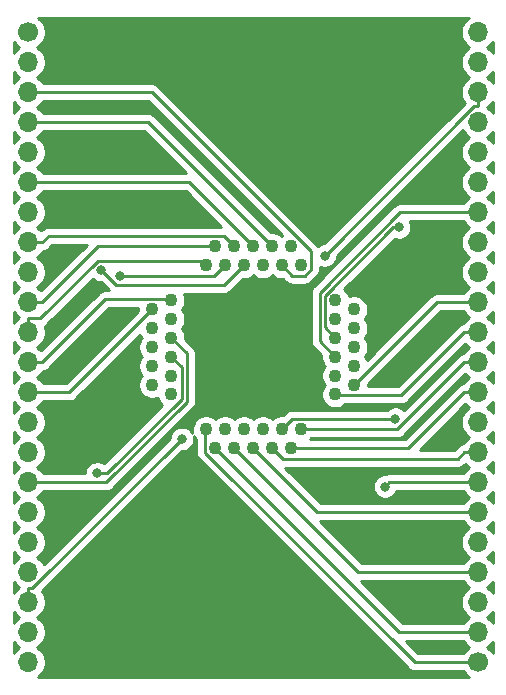
<source format=gbr>
%TF.GenerationSoftware,KiCad,Pcbnew,(5.1.9)-1*%
%TF.CreationDate,2021-03-20T14:40:20+09:00*%
%TF.ProjectId,converter_IC51-0444-467,636f6e76-6572-4746-9572-5f494335312d,1*%
%TF.SameCoordinates,Original*%
%TF.FileFunction,Copper,L2,Bot*%
%TF.FilePolarity,Positive*%
%FSLAX46Y46*%
G04 Gerber Fmt 4.6, Leading zero omitted, Abs format (unit mm)*
G04 Created by KiCad (PCBNEW (5.1.9)-1) date 2021-03-20 14:40:20*
%MOMM*%
%LPD*%
G01*
G04 APERTURE LIST*
%TA.AperFunction,ComponentPad*%
%ADD10C,1.100000*%
%TD*%
%TA.AperFunction,ComponentPad*%
%ADD11O,1.700000X1.700000*%
%TD*%
%TA.AperFunction,ComponentPad*%
%ADD12C,1.700000*%
%TD*%
%TA.AperFunction,ViaPad*%
%ADD13C,0.800000*%
%TD*%
%TA.AperFunction,Conductor*%
%ADD14C,0.250000*%
%TD*%
%TA.AperFunction,NonConductor*%
%ADD15C,0.254000*%
%TD*%
%TA.AperFunction,NonConductor*%
%ADD16C,0.100000*%
%TD*%
G04 APERTURE END LIST*
D10*
%TO.P,J1,44*%
%TO.N,Net-(J1-Pad44)*%
X156950000Y-96000000D03*
%TO.P,J1,43*%
%TO.N,Net-(J1-Pad43)*%
X158550000Y-96800000D03*
%TO.P,J1,42*%
%TO.N,Net-(J1-Pad42)*%
X156950000Y-97600000D03*
%TO.P,J1,41*%
%TO.N,Net-(J1-Pad41)*%
X158550000Y-98400000D03*
%TO.P,J1,40*%
%TO.N,Net-(J1-Pad40)*%
X156950000Y-99200000D03*
%TO.P,J1,39*%
%TO.N,Net-(J1-Pad39)*%
X158550000Y-100000000D03*
%TO.P,J1,38*%
%TO.N,Net-(J1-Pad38)*%
X156950000Y-100800000D03*
%TO.P,J1,37*%
%TO.N,Net-(J1-Pad37)*%
X158550000Y-101600000D03*
%TO.P,J1,36*%
%TO.N,Net-(J1-Pad36)*%
X156950000Y-102400000D03*
%TO.P,J1,35*%
%TO.N,Net-(J1-Pad35)*%
X158550000Y-103200000D03*
%TO.P,J1,34*%
%TO.N,Net-(J1-Pad34)*%
X156950000Y-104000000D03*
%TO.P,J1,33*%
%TO.N,Net-(J1-Pad33)*%
X154000000Y-106950000D03*
%TO.P,J1,32*%
%TO.N,Net-(J1-Pad32)*%
X153200000Y-108550000D03*
%TO.P,J1,31*%
%TO.N,Net-(J1-Pad31)*%
X152400000Y-106950000D03*
%TO.P,J1,30*%
%TO.N,Net-(J1-Pad30)*%
X151600000Y-108550000D03*
%TO.P,J1,29*%
%TO.N,Net-(J1-Pad29)*%
X150800000Y-106950000D03*
%TO.P,J1,28*%
%TO.N,Net-(J1-Pad28)*%
X150000000Y-108550000D03*
%TO.P,J1,27*%
%TO.N,Net-(J1-Pad27)*%
X149200000Y-106950000D03*
%TO.P,J1,26*%
%TO.N,Net-(J1-Pad26)*%
X148400000Y-108550000D03*
%TO.P,J1,25*%
%TO.N,Net-(J1-Pad25)*%
X147600000Y-106950000D03*
%TO.P,J1,24*%
%TO.N,Net-(J1-Pad24)*%
X146800000Y-108550000D03*
%TO.P,J1,23*%
%TO.N,Net-(J1-Pad23)*%
X146000000Y-106950000D03*
%TO.P,J1,22*%
%TO.N,Net-(J1-Pad22)*%
X143050000Y-104000000D03*
%TO.P,J1,21*%
%TO.N,Net-(J1-Pad21)*%
X141450000Y-103200000D03*
%TO.P,J1,20*%
%TO.N,Net-(J1-Pad20)*%
X143050000Y-102400000D03*
%TO.P,J1,19*%
%TO.N,Net-(J1-Pad19)*%
X141450000Y-101600000D03*
%TO.P,J1,18*%
%TO.N,Net-(J1-Pad18)*%
X143050000Y-100800000D03*
%TO.P,J1,17*%
%TO.N,Net-(J1-Pad17)*%
X141450000Y-100000000D03*
%TO.P,J1,16*%
%TO.N,Net-(J1-Pad16)*%
X143050000Y-99200000D03*
%TO.P,J1,15*%
%TO.N,Net-(J1-Pad15)*%
X141450000Y-98400000D03*
%TO.P,J1,14*%
%TO.N,Net-(J1-Pad14)*%
X143050000Y-97600000D03*
%TO.P,J1,13*%
%TO.N,Net-(J1-Pad13)*%
X141450000Y-96800000D03*
%TO.P,J1,12*%
%TO.N,Net-(J1-Pad12)*%
X143050000Y-96000000D03*
%TO.P,J1,11*%
%TO.N,Net-(J1-Pad11)*%
X146000000Y-93050000D03*
%TO.P,J1,10*%
%TO.N,Net-(J1-Pad10)*%
X146800000Y-91450000D03*
%TO.P,J1,9*%
%TO.N,Net-(J1-Pad9)*%
X147600000Y-93050000D03*
%TO.P,J1,8*%
%TO.N,Net-(J1-Pad8)*%
X148400000Y-91450000D03*
%TO.P,J1,7*%
%TO.N,Net-(J1-Pad7)*%
X149200000Y-93050000D03*
%TO.P,J1,6*%
%TO.N,Net-(J1-Pad6)*%
X150000000Y-91450000D03*
%TO.P,J1,5*%
%TO.N,Net-(J1-Pad5)*%
X150800000Y-93050000D03*
%TO.P,J1,4*%
%TO.N,Net-(J1-Pad4)*%
X151600000Y-91450000D03*
%TO.P,J1,3*%
%TO.N,Net-(J1-Pad3)*%
X152400000Y-93050000D03*
%TO.P,J1,2*%
%TO.N,Net-(J1-Pad2)*%
X153200000Y-91450000D03*
%TO.P,J1,1*%
%TO.N,Net-(J1-Pad1)*%
X154000000Y-93050000D03*
%TD*%
D11*
%TO.P,J3,22*%
%TO.N,Net-(J1-Pad44)*%
X169050000Y-73330000D03*
%TO.P,J3,21*%
%TO.N,Net-(J1-Pad43)*%
X169050000Y-75870000D03*
%TO.P,J3,20*%
%TO.N,Net-(J1-Pad42)*%
X169050000Y-78410000D03*
%TO.P,J3,19*%
%TO.N,Net-(J1-Pad41)*%
X169050000Y-80950000D03*
%TO.P,J3,18*%
%TO.N,Net-(J1-Pad40)*%
X169050000Y-83490000D03*
%TO.P,J3,17*%
%TO.N,Net-(J1-Pad39)*%
X169050000Y-86030000D03*
%TO.P,J3,16*%
%TO.N,Net-(J1-Pad38)*%
X169050000Y-88570000D03*
%TO.P,J3,15*%
%TO.N,Net-(J1-Pad37)*%
X169050000Y-91110000D03*
%TO.P,J3,14*%
%TO.N,Net-(J1-Pad36)*%
X169050000Y-93650000D03*
%TO.P,J3,13*%
%TO.N,Net-(J1-Pad35)*%
X169050000Y-96190000D03*
%TO.P,J3,12*%
%TO.N,Net-(J1-Pad34)*%
X169050000Y-98730000D03*
%TO.P,J3,11*%
%TO.N,Net-(J1-Pad33)*%
X169050000Y-101270000D03*
%TO.P,J3,10*%
%TO.N,Net-(J1-Pad32)*%
X169050000Y-103810000D03*
%TO.P,J3,9*%
%TO.N,Net-(J1-Pad31)*%
X169050000Y-106350000D03*
%TO.P,J3,8*%
%TO.N,Net-(J1-Pad30)*%
X169050000Y-108890000D03*
%TO.P,J3,7*%
%TO.N,Net-(J1-Pad29)*%
X169050000Y-111430000D03*
%TO.P,J3,6*%
%TO.N,Net-(J1-Pad28)*%
X169050000Y-113970000D03*
%TO.P,J3,5*%
%TO.N,Net-(J1-Pad27)*%
X169050000Y-116510000D03*
%TO.P,J3,4*%
%TO.N,Net-(J1-Pad26)*%
X169050000Y-119050000D03*
%TO.P,J3,3*%
%TO.N,Net-(J1-Pad25)*%
X169050000Y-121590000D03*
%TO.P,J3,2*%
%TO.N,Net-(J1-Pad24)*%
X169050000Y-124130000D03*
D12*
%TO.P,J3,1*%
%TO.N,Net-(J1-Pad23)*%
X169050000Y-126670000D03*
%TD*%
D11*
%TO.P,J2,22*%
%TO.N,Net-(J1-Pad22)*%
X130950000Y-126670000D03*
%TO.P,J2,21*%
%TO.N,Net-(J1-Pad21)*%
X130950000Y-124130000D03*
%TO.P,J2,20*%
%TO.N,Net-(J1-Pad20)*%
X130950000Y-121590000D03*
%TO.P,J2,19*%
%TO.N,Net-(J1-Pad19)*%
X130950000Y-119050000D03*
%TO.P,J2,18*%
%TO.N,Net-(J1-Pad18)*%
X130950000Y-116510000D03*
%TO.P,J2,17*%
%TO.N,Net-(J1-Pad17)*%
X130950000Y-113970000D03*
%TO.P,J2,16*%
%TO.N,Net-(J1-Pad16)*%
X130950000Y-111430000D03*
%TO.P,J2,15*%
%TO.N,Net-(J1-Pad15)*%
X130950000Y-108890000D03*
%TO.P,J2,14*%
%TO.N,Net-(J1-Pad14)*%
X130950000Y-106350000D03*
%TO.P,J2,13*%
%TO.N,Net-(J1-Pad13)*%
X130950000Y-103810000D03*
%TO.P,J2,12*%
%TO.N,Net-(J1-Pad12)*%
X130950000Y-101270000D03*
%TO.P,J2,11*%
%TO.N,Net-(J1-Pad11)*%
X130950000Y-98730000D03*
%TO.P,J2,10*%
%TO.N,Net-(J1-Pad10)*%
X130950000Y-96190000D03*
%TO.P,J2,9*%
%TO.N,Net-(J1-Pad9)*%
X130950000Y-93650000D03*
%TO.P,J2,8*%
%TO.N,Net-(J1-Pad8)*%
X130950000Y-91110000D03*
%TO.P,J2,7*%
%TO.N,Net-(J1-Pad7)*%
X130950000Y-88570000D03*
%TO.P,J2,6*%
%TO.N,Net-(J1-Pad6)*%
X130950000Y-86030000D03*
%TO.P,J2,5*%
%TO.N,Net-(J1-Pad5)*%
X130950000Y-83490000D03*
%TO.P,J2,4*%
%TO.N,Net-(J1-Pad4)*%
X130950000Y-80950000D03*
%TO.P,J2,3*%
%TO.N,Net-(J1-Pad3)*%
X130950000Y-78410000D03*
%TO.P,J2,2*%
%TO.N,Net-(J1-Pad2)*%
X130950000Y-75870000D03*
D12*
%TO.P,J2,1*%
%TO.N,Net-(J1-Pad1)*%
X130950000Y-73330000D03*
%TD*%
D13*
%TO.N,Net-(J1-Pad42)*%
X156054100Y-92246200D03*
%TO.N,Net-(J1-Pad40)*%
X162357200Y-89852500D03*
%TO.N,Net-(J1-Pad31)*%
X162036200Y-106045900D03*
%TO.N,Net-(J1-Pad29)*%
X161153700Y-111803200D03*
%TO.N,Net-(J1-Pad20)*%
X143944300Y-107756200D03*
%TO.N,Net-(J1-Pad18)*%
X136789500Y-110670500D03*
%TO.N,Net-(J1-Pad9)*%
X138739900Y-93978900D03*
%TO.N,Net-(J1-Pad7)*%
X137123400Y-93454600D03*
%TD*%
D14*
%TO.N,Net-(J1-Pad42)*%
X169050000Y-79585300D02*
X168715000Y-79585300D01*
X168715000Y-79585300D02*
X156054100Y-92246200D01*
X169050000Y-78410000D02*
X169050000Y-79585300D01*
%TO.N,Net-(J1-Pad40)*%
X162357200Y-89852500D02*
X161859200Y-89852500D01*
X161859200Y-89852500D02*
X156072400Y-95639300D01*
X156072400Y-95639300D02*
X156072400Y-98322400D01*
X156072400Y-98322400D02*
X156950000Y-99200000D01*
%TO.N,Net-(J1-Pad38)*%
X169050000Y-88570000D02*
X162433700Y-88570000D01*
X162433700Y-88570000D02*
X155622100Y-95381600D01*
X155622100Y-95381600D02*
X155622100Y-99472100D01*
X155622100Y-99472100D02*
X156950000Y-100800000D01*
%TO.N,Net-(J1-Pad35)*%
X169050000Y-96190000D02*
X165560000Y-96190000D01*
X165560000Y-96190000D02*
X158550000Y-103200000D01*
%TO.N,Net-(J1-Pad34)*%
X169050000Y-98730000D02*
X167874700Y-98730000D01*
X167874700Y-98730000D02*
X162529300Y-104075400D01*
X162529300Y-104075400D02*
X157025400Y-104075400D01*
X157025400Y-104075400D02*
X156950000Y-104000000D01*
%TO.N,Net-(J1-Pad33)*%
X169050000Y-101270000D02*
X167874700Y-101270000D01*
X167874700Y-101270000D02*
X162194700Y-106950000D01*
X162194700Y-106950000D02*
X154000000Y-106950000D01*
%TO.N,Net-(J1-Pad32)*%
X169050000Y-103810000D02*
X167874700Y-103810000D01*
X167874700Y-103810000D02*
X163134700Y-108550000D01*
X163134700Y-108550000D02*
X153200000Y-108550000D01*
%TO.N,Net-(J1-Pad31)*%
X152400000Y-106950000D02*
X153304100Y-106045900D01*
X153304100Y-106045900D02*
X162036200Y-106045900D01*
%TO.N,Net-(J1-Pad30)*%
X169050000Y-108890000D02*
X167874700Y-108890000D01*
X167874700Y-108890000D02*
X167326600Y-109438100D01*
X167326600Y-109438100D02*
X152488100Y-109438100D01*
X152488100Y-109438100D02*
X151600000Y-108550000D01*
%TO.N,Net-(J1-Pad29)*%
X169050000Y-111430000D02*
X161526900Y-111430000D01*
X161526900Y-111430000D02*
X161153700Y-111803200D01*
%TO.N,Net-(J1-Pad28)*%
X169050000Y-113970000D02*
X155420000Y-113970000D01*
X155420000Y-113970000D02*
X150000000Y-108550000D01*
%TO.N,Net-(J1-Pad26)*%
X169050000Y-119050000D02*
X158900000Y-119050000D01*
X158900000Y-119050000D02*
X148400000Y-108550000D01*
%TO.N,Net-(J1-Pad24)*%
X169050000Y-124130000D02*
X162380000Y-124130000D01*
X162380000Y-124130000D02*
X146800000Y-108550000D01*
%TO.N,Net-(J1-Pad23)*%
X169050000Y-126670000D02*
X163665100Y-126670000D01*
X163665100Y-126670000D02*
X145909400Y-108914300D01*
X145909400Y-108914300D02*
X145909400Y-107040600D01*
X145909400Y-107040600D02*
X146000000Y-106950000D01*
%TO.N,Net-(J1-Pad20)*%
X130950000Y-120414700D02*
X131285800Y-120414700D01*
X131285800Y-120414700D02*
X143944300Y-107756200D01*
X130950000Y-121590000D02*
X130950000Y-120414700D01*
%TO.N,Net-(J1-Pad18)*%
X143050000Y-100800000D02*
X143927700Y-101677700D01*
X143927700Y-101677700D02*
X143927700Y-104360600D01*
X143927700Y-104360600D02*
X137617800Y-110670500D01*
X137617800Y-110670500D02*
X136789500Y-110670500D01*
%TO.N,Net-(J1-Pad16)*%
X130950000Y-111430000D02*
X137566400Y-111430000D01*
X137566400Y-111430000D02*
X144378000Y-104618400D01*
X144378000Y-104618400D02*
X144378000Y-100528000D01*
X144378000Y-100528000D02*
X143050000Y-99200000D01*
%TO.N,Net-(J1-Pad13)*%
X130950000Y-103810000D02*
X134440000Y-103810000D01*
X134440000Y-103810000D02*
X141450000Y-96800000D01*
%TO.N,Net-(J1-Pad12)*%
X130950000Y-101270000D02*
X132125300Y-101270000D01*
X132125300Y-101270000D02*
X137472200Y-95923100D01*
X137472200Y-95923100D02*
X142973100Y-95923100D01*
X142973100Y-95923100D02*
X143050000Y-96000000D01*
%TO.N,Net-(J1-Pad11)*%
X130950000Y-98730000D02*
X130950000Y-97554700D01*
X130950000Y-97554700D02*
X131962000Y-97554700D01*
X131962000Y-97554700D02*
X136829000Y-92687700D01*
X136829000Y-92687700D02*
X145637700Y-92687700D01*
X145637700Y-92687700D02*
X146000000Y-93050000D01*
%TO.N,Net-(J1-Pad10)*%
X130950000Y-96190000D02*
X132125300Y-96190000D01*
X132125300Y-96190000D02*
X136865300Y-91450000D01*
X136865300Y-91450000D02*
X146800000Y-91450000D01*
%TO.N,Net-(J1-Pad9)*%
X147600000Y-93050000D02*
X146671100Y-93978900D01*
X146671100Y-93978900D02*
X138739900Y-93978900D01*
%TO.N,Net-(J1-Pad8)*%
X130950000Y-91110000D02*
X132125300Y-91110000D01*
X132125300Y-91110000D02*
X132673500Y-90561800D01*
X132673500Y-90561800D02*
X147511800Y-90561800D01*
X147511800Y-90561800D02*
X148400000Y-91450000D01*
%TO.N,Net-(J1-Pad7)*%
X137123400Y-93454600D02*
X138374600Y-94705800D01*
X138374600Y-94705800D02*
X147544200Y-94705800D01*
X147544200Y-94705800D02*
X149200000Y-93050000D01*
%TO.N,Net-(J1-Pad6)*%
X130950000Y-86030000D02*
X144580000Y-86030000D01*
X144580000Y-86030000D02*
X150000000Y-91450000D01*
%TO.N,Net-(J1-Pad4)*%
X130950000Y-80950000D02*
X141100000Y-80950000D01*
X141100000Y-80950000D02*
X151600000Y-91450000D01*
%TO.N,Net-(J1-Pad3)*%
X130950000Y-78410000D02*
X141402000Y-78410000D01*
X141402000Y-78410000D02*
X154884700Y-91892700D01*
X154884700Y-91892700D02*
X154884700Y-93413000D01*
X154884700Y-93413000D02*
X154361100Y-93936600D01*
X154361100Y-93936600D02*
X153286600Y-93936600D01*
X153286600Y-93936600D02*
X152400000Y-93050000D01*
%TD*%
D15*
X145079550Y-107705394D02*
X145149401Y-107775245D01*
X145149400Y-108876977D01*
X145145724Y-108914300D01*
X145149400Y-108951622D01*
X145149400Y-108951632D01*
X145160397Y-109063285D01*
X145185444Y-109145854D01*
X145203854Y-109206546D01*
X145274426Y-109338576D01*
X145314271Y-109387126D01*
X145369399Y-109454301D01*
X145398403Y-109478104D01*
X163101301Y-127181003D01*
X163125099Y-127210001D01*
X163240824Y-127304974D01*
X163372853Y-127375546D01*
X163516114Y-127419003D01*
X163627767Y-127430000D01*
X163627775Y-127430000D01*
X163665100Y-127433676D01*
X163702425Y-127430000D01*
X167771822Y-127430000D01*
X167896525Y-127616632D01*
X168103368Y-127823475D01*
X168240345Y-127915000D01*
X131759655Y-127915000D01*
X131896632Y-127823475D01*
X132103475Y-127616632D01*
X132265990Y-127373411D01*
X132377932Y-127103158D01*
X132435000Y-126816260D01*
X132435000Y-126523740D01*
X132377932Y-126236842D01*
X132265990Y-125966589D01*
X132103475Y-125723368D01*
X131896632Y-125516525D01*
X131722240Y-125400000D01*
X131896632Y-125283475D01*
X132103475Y-125076632D01*
X132265990Y-124833411D01*
X132377932Y-124563158D01*
X132435000Y-124276260D01*
X132435000Y-123983740D01*
X132377932Y-123696842D01*
X132265990Y-123426589D01*
X132103475Y-123183368D01*
X131896632Y-122976525D01*
X131722240Y-122860000D01*
X131896632Y-122743475D01*
X132103475Y-122536632D01*
X132265990Y-122293411D01*
X132377932Y-122023158D01*
X132435000Y-121736260D01*
X132435000Y-121443740D01*
X132377932Y-121156842D01*
X132265990Y-120886589D01*
X132114874Y-120660427D01*
X143984103Y-108791200D01*
X144046239Y-108791200D01*
X144246198Y-108751426D01*
X144434556Y-108673405D01*
X144604074Y-108560137D01*
X144748237Y-108415974D01*
X144861505Y-108246456D01*
X144939526Y-108058098D01*
X144979300Y-107858139D01*
X144979300Y-107654261D01*
X144951289Y-107513437D01*
X145079550Y-107705394D01*
%TA.AperFunction,NonConductor*%
D16*
G36*
X145079550Y-107705394D02*
G01*
X145149401Y-107775245D01*
X145149400Y-108876977D01*
X145145724Y-108914300D01*
X145149400Y-108951622D01*
X145149400Y-108951632D01*
X145160397Y-109063285D01*
X145185444Y-109145854D01*
X145203854Y-109206546D01*
X145274426Y-109338576D01*
X145314271Y-109387126D01*
X145369399Y-109454301D01*
X145398403Y-109478104D01*
X163101301Y-127181003D01*
X163125099Y-127210001D01*
X163240824Y-127304974D01*
X163372853Y-127375546D01*
X163516114Y-127419003D01*
X163627767Y-127430000D01*
X163627775Y-127430000D01*
X163665100Y-127433676D01*
X163702425Y-127430000D01*
X167771822Y-127430000D01*
X167896525Y-127616632D01*
X168103368Y-127823475D01*
X168240345Y-127915000D01*
X131759655Y-127915000D01*
X131896632Y-127823475D01*
X132103475Y-127616632D01*
X132265990Y-127373411D01*
X132377932Y-127103158D01*
X132435000Y-126816260D01*
X132435000Y-126523740D01*
X132377932Y-126236842D01*
X132265990Y-125966589D01*
X132103475Y-125723368D01*
X131896632Y-125516525D01*
X131722240Y-125400000D01*
X131896632Y-125283475D01*
X132103475Y-125076632D01*
X132265990Y-124833411D01*
X132377932Y-124563158D01*
X132435000Y-124276260D01*
X132435000Y-123983740D01*
X132377932Y-123696842D01*
X132265990Y-123426589D01*
X132103475Y-123183368D01*
X131896632Y-122976525D01*
X131722240Y-122860000D01*
X131896632Y-122743475D01*
X132103475Y-122536632D01*
X132265990Y-122293411D01*
X132377932Y-122023158D01*
X132435000Y-121736260D01*
X132435000Y-121443740D01*
X132377932Y-121156842D01*
X132265990Y-120886589D01*
X132114874Y-120660427D01*
X143984103Y-108791200D01*
X144046239Y-108791200D01*
X144246198Y-108751426D01*
X144434556Y-108673405D01*
X144604074Y-108560137D01*
X144748237Y-108415974D01*
X144861505Y-108246456D01*
X144939526Y-108058098D01*
X144979300Y-107858139D01*
X144979300Y-107654261D01*
X144951289Y-107513437D01*
X145079550Y-107705394D01*
G37*
%TD.AperFunction*%
D15*
X167896525Y-125076632D02*
X168103368Y-125283475D01*
X168277760Y-125400000D01*
X168103368Y-125516525D01*
X167896525Y-125723368D01*
X167771822Y-125910000D01*
X163979902Y-125910000D01*
X162959902Y-124890000D01*
X167771822Y-124890000D01*
X167896525Y-125076632D01*
%TA.AperFunction,NonConductor*%
D16*
G36*
X167896525Y-125076632D02*
G01*
X168103368Y-125283475D01*
X168277760Y-125400000D01*
X168103368Y-125516525D01*
X167896525Y-125723368D01*
X167771822Y-125910000D01*
X163979902Y-125910000D01*
X162959902Y-124890000D01*
X167771822Y-124890000D01*
X167896525Y-125076632D01*
G37*
%TD.AperFunction*%
D15*
X129796525Y-125076632D02*
X130003368Y-125283475D01*
X130177760Y-125400000D01*
X130003368Y-125516525D01*
X129796525Y-125723368D01*
X129705000Y-125860345D01*
X129705000Y-124939655D01*
X129796525Y-125076632D01*
%TA.AperFunction,NonConductor*%
D16*
G36*
X129796525Y-125076632D02*
G01*
X130003368Y-125283475D01*
X130177760Y-125400000D01*
X130003368Y-125516525D01*
X129796525Y-125723368D01*
X129705000Y-125860345D01*
X129705000Y-124939655D01*
X129796525Y-125076632D01*
G37*
%TD.AperFunction*%
D15*
X170295000Y-125860345D02*
X170203475Y-125723368D01*
X169996632Y-125516525D01*
X169822240Y-125400000D01*
X169996632Y-125283475D01*
X170203475Y-125076632D01*
X170295000Y-124939655D01*
X170295000Y-125860345D01*
%TA.AperFunction,NonConductor*%
D16*
G36*
X170295000Y-125860345D02*
G01*
X170203475Y-125723368D01*
X169996632Y-125516525D01*
X169822240Y-125400000D01*
X169996632Y-125283475D01*
X170203475Y-125076632D01*
X170295000Y-124939655D01*
X170295000Y-125860345D01*
G37*
%TD.AperFunction*%
D15*
X167896525Y-119996632D02*
X168103368Y-120203475D01*
X168277760Y-120320000D01*
X168103368Y-120436525D01*
X167896525Y-120643368D01*
X167734010Y-120886589D01*
X167622068Y-121156842D01*
X167565000Y-121443740D01*
X167565000Y-121736260D01*
X167622068Y-122023158D01*
X167734010Y-122293411D01*
X167896525Y-122536632D01*
X168103368Y-122743475D01*
X168277760Y-122860000D01*
X168103368Y-122976525D01*
X167896525Y-123183368D01*
X167771822Y-123370000D01*
X162694802Y-123370000D01*
X159134802Y-119810000D01*
X167771822Y-119810000D01*
X167896525Y-119996632D01*
%TA.AperFunction,NonConductor*%
D16*
G36*
X167896525Y-119996632D02*
G01*
X168103368Y-120203475D01*
X168277760Y-120320000D01*
X168103368Y-120436525D01*
X167896525Y-120643368D01*
X167734010Y-120886589D01*
X167622068Y-121156842D01*
X167565000Y-121443740D01*
X167565000Y-121736260D01*
X167622068Y-122023158D01*
X167734010Y-122293411D01*
X167896525Y-122536632D01*
X168103368Y-122743475D01*
X168277760Y-122860000D01*
X168103368Y-122976525D01*
X167896525Y-123183368D01*
X167771822Y-123370000D01*
X162694802Y-123370000D01*
X159134802Y-119810000D01*
X167771822Y-119810000D01*
X167896525Y-119996632D01*
G37*
%TD.AperFunction*%
D15*
X129796525Y-122536632D02*
X130003368Y-122743475D01*
X130177760Y-122860000D01*
X130003368Y-122976525D01*
X129796525Y-123183368D01*
X129705000Y-123320345D01*
X129705000Y-122399655D01*
X129796525Y-122536632D01*
%TA.AperFunction,NonConductor*%
D16*
G36*
X129796525Y-122536632D02*
G01*
X130003368Y-122743475D01*
X130177760Y-122860000D01*
X130003368Y-122976525D01*
X129796525Y-123183368D01*
X129705000Y-123320345D01*
X129705000Y-122399655D01*
X129796525Y-122536632D01*
G37*
%TD.AperFunction*%
D15*
X170295000Y-123320345D02*
X170203475Y-123183368D01*
X169996632Y-122976525D01*
X169822240Y-122860000D01*
X169996632Y-122743475D01*
X170203475Y-122536632D01*
X170295000Y-122399655D01*
X170295000Y-123320345D01*
%TA.AperFunction,NonConductor*%
D16*
G36*
X170295000Y-123320345D02*
G01*
X170203475Y-123183368D01*
X169996632Y-122976525D01*
X169822240Y-122860000D01*
X169996632Y-122743475D01*
X170203475Y-122536632D01*
X170295000Y-122399655D01*
X170295000Y-123320345D01*
G37*
%TD.AperFunction*%
D15*
X170295000Y-120780345D02*
X170203475Y-120643368D01*
X169996632Y-120436525D01*
X169822240Y-120320000D01*
X169996632Y-120203475D01*
X170203475Y-119996632D01*
X170295000Y-119859655D01*
X170295000Y-120780345D01*
%TA.AperFunction,NonConductor*%
D16*
G36*
X170295000Y-120780345D02*
G01*
X170203475Y-120643368D01*
X169996632Y-120436525D01*
X169822240Y-120320000D01*
X169996632Y-120203475D01*
X170203475Y-119996632D01*
X170295000Y-119859655D01*
X170295000Y-120780345D01*
G37*
%TD.AperFunction*%
D15*
X129796525Y-119996632D02*
X130003368Y-120203475D01*
X130177760Y-120320000D01*
X130003368Y-120436525D01*
X129796525Y-120643368D01*
X129705000Y-120780345D01*
X129705000Y-119859655D01*
X129796525Y-119996632D01*
%TA.AperFunction,NonConductor*%
D16*
G36*
X129796525Y-119996632D02*
G01*
X130003368Y-120203475D01*
X130177760Y-120320000D01*
X130003368Y-120436525D01*
X129796525Y-120643368D01*
X129705000Y-120780345D01*
X129705000Y-119859655D01*
X129796525Y-119996632D01*
G37*
%TD.AperFunction*%
D15*
X167734010Y-81653411D02*
X167896525Y-81896632D01*
X168103368Y-82103475D01*
X168277760Y-82220000D01*
X168103368Y-82336525D01*
X167896525Y-82543368D01*
X167734010Y-82786589D01*
X167622068Y-83056842D01*
X167565000Y-83343740D01*
X167565000Y-83636260D01*
X167622068Y-83923158D01*
X167734010Y-84193411D01*
X167896525Y-84436632D01*
X168103368Y-84643475D01*
X168277760Y-84760000D01*
X168103368Y-84876525D01*
X167896525Y-85083368D01*
X167734010Y-85326589D01*
X167622068Y-85596842D01*
X167565000Y-85883740D01*
X167565000Y-86176260D01*
X167622068Y-86463158D01*
X167734010Y-86733411D01*
X167896525Y-86976632D01*
X168103368Y-87183475D01*
X168277760Y-87300000D01*
X168103368Y-87416525D01*
X167896525Y-87623368D01*
X167771822Y-87810000D01*
X162471022Y-87810000D01*
X162433699Y-87806324D01*
X162396376Y-87810000D01*
X162396367Y-87810000D01*
X162284714Y-87820997D01*
X162141453Y-87864454D01*
X162009423Y-87935026D01*
X161925783Y-88003668D01*
X161893699Y-88029999D01*
X161869901Y-88058997D01*
X155111103Y-94817796D01*
X155082099Y-94841599D01*
X155026971Y-94908774D01*
X154987126Y-94957324D01*
X154944792Y-95036525D01*
X154916554Y-95089354D01*
X154873097Y-95232615D01*
X154862100Y-95344268D01*
X154862100Y-95344278D01*
X154858424Y-95381600D01*
X154862100Y-95418923D01*
X154862101Y-99434768D01*
X154858424Y-99472100D01*
X154873098Y-99621085D01*
X154916554Y-99764346D01*
X154987126Y-99896376D01*
X155058301Y-99983102D01*
X155082100Y-100012101D01*
X155111098Y-100035899D01*
X155765000Y-100689802D01*
X155765000Y-100916712D01*
X155810539Y-101145652D01*
X155899866Y-101361308D01*
X156029550Y-101555394D01*
X156074156Y-101600000D01*
X156029550Y-101644606D01*
X155899866Y-101838692D01*
X155810539Y-102054348D01*
X155765000Y-102283288D01*
X155765000Y-102516712D01*
X155810539Y-102745652D01*
X155899866Y-102961308D01*
X156029550Y-103155394D01*
X156074156Y-103200000D01*
X156029550Y-103244606D01*
X155899866Y-103438692D01*
X155810539Y-103654348D01*
X155765000Y-103883288D01*
X155765000Y-104116712D01*
X155810539Y-104345652D01*
X155899866Y-104561308D01*
X156029550Y-104755394D01*
X156194606Y-104920450D01*
X156388692Y-105050134D01*
X156604348Y-105139461D01*
X156833288Y-105185000D01*
X157066712Y-105185000D01*
X157295652Y-105139461D01*
X157511308Y-105050134D01*
X157705394Y-104920450D01*
X157790444Y-104835400D01*
X162491978Y-104835400D01*
X162529300Y-104839076D01*
X162566622Y-104835400D01*
X162566633Y-104835400D01*
X162678286Y-104824403D01*
X162821547Y-104780946D01*
X162953576Y-104710374D01*
X163069301Y-104615401D01*
X163093104Y-104586397D01*
X167949697Y-99729804D01*
X168103368Y-99883475D01*
X168277760Y-100000000D01*
X168103368Y-100116525D01*
X167896525Y-100323368D01*
X167767204Y-100516911D01*
X167725714Y-100520997D01*
X167592824Y-100561308D01*
X167582453Y-100564454D01*
X167450423Y-100635026D01*
X167366783Y-100703668D01*
X167334699Y-100729999D01*
X167310901Y-100758997D01*
X162761955Y-105307944D01*
X162695974Y-105241963D01*
X162526456Y-105128695D01*
X162338098Y-105050674D01*
X162138139Y-105010900D01*
X161934261Y-105010900D01*
X161734302Y-105050674D01*
X161545944Y-105128695D01*
X161376426Y-105241963D01*
X161332489Y-105285900D01*
X153341422Y-105285900D01*
X153304099Y-105282224D01*
X153266776Y-105285900D01*
X153266767Y-105285900D01*
X153155114Y-105296897D01*
X153011853Y-105340354D01*
X152879824Y-105410926D01*
X152879822Y-105410927D01*
X152879823Y-105410927D01*
X152793096Y-105482101D01*
X152793092Y-105482105D01*
X152764099Y-105505899D01*
X152740305Y-105534892D01*
X152510198Y-105765000D01*
X152283288Y-105765000D01*
X152054348Y-105810539D01*
X151838692Y-105899866D01*
X151644606Y-106029550D01*
X151600000Y-106074156D01*
X151555394Y-106029550D01*
X151361308Y-105899866D01*
X151145652Y-105810539D01*
X150916712Y-105765000D01*
X150683288Y-105765000D01*
X150454348Y-105810539D01*
X150238692Y-105899866D01*
X150044606Y-106029550D01*
X150000000Y-106074156D01*
X149955394Y-106029550D01*
X149761308Y-105899866D01*
X149545652Y-105810539D01*
X149316712Y-105765000D01*
X149083288Y-105765000D01*
X148854348Y-105810539D01*
X148638692Y-105899866D01*
X148444606Y-106029550D01*
X148400000Y-106074156D01*
X148355394Y-106029550D01*
X148161308Y-105899866D01*
X147945652Y-105810539D01*
X147716712Y-105765000D01*
X147483288Y-105765000D01*
X147254348Y-105810539D01*
X147038692Y-105899866D01*
X146844606Y-106029550D01*
X146800000Y-106074156D01*
X146755394Y-106029550D01*
X146561308Y-105899866D01*
X146345652Y-105810539D01*
X146116712Y-105765000D01*
X145883288Y-105765000D01*
X145654348Y-105810539D01*
X145438692Y-105899866D01*
X145244606Y-106029550D01*
X145079550Y-106194606D01*
X144949866Y-106388692D01*
X144860539Y-106604348D01*
X144815000Y-106833288D01*
X144815000Y-107066712D01*
X144851715Y-107251293D01*
X144748237Y-107096426D01*
X144604074Y-106952263D01*
X144434556Y-106838995D01*
X144246198Y-106760974D01*
X144046239Y-106721200D01*
X143842361Y-106721200D01*
X143642402Y-106760974D01*
X143454044Y-106838995D01*
X143284526Y-106952263D01*
X143140363Y-107096426D01*
X143027095Y-107265944D01*
X142949074Y-107454302D01*
X142909300Y-107654261D01*
X142909300Y-107716397D01*
X132269833Y-118355866D01*
X132265990Y-118346589D01*
X132103475Y-118103368D01*
X131896632Y-117896525D01*
X131722240Y-117780000D01*
X131896632Y-117663475D01*
X132103475Y-117456632D01*
X132265990Y-117213411D01*
X132377932Y-116943158D01*
X132435000Y-116656260D01*
X132435000Y-116363740D01*
X132377932Y-116076842D01*
X132265990Y-115806589D01*
X132103475Y-115563368D01*
X131896632Y-115356525D01*
X131722240Y-115240000D01*
X131896632Y-115123475D01*
X132103475Y-114916632D01*
X132265990Y-114673411D01*
X132377932Y-114403158D01*
X132435000Y-114116260D01*
X132435000Y-113823740D01*
X132377932Y-113536842D01*
X132265990Y-113266589D01*
X132103475Y-113023368D01*
X131896632Y-112816525D01*
X131722240Y-112700000D01*
X131896632Y-112583475D01*
X132103475Y-112376632D01*
X132228178Y-112190000D01*
X137529078Y-112190000D01*
X137566400Y-112193676D01*
X137603722Y-112190000D01*
X137603733Y-112190000D01*
X137715386Y-112179003D01*
X137858647Y-112135546D01*
X137990676Y-112064974D01*
X138106401Y-111970001D01*
X138130204Y-111940997D01*
X144889004Y-105182198D01*
X144918001Y-105158401D01*
X144946006Y-105124277D01*
X145012974Y-105042677D01*
X145083546Y-104910647D01*
X145086593Y-104900601D01*
X145127003Y-104767386D01*
X145138000Y-104655733D01*
X145138000Y-104655724D01*
X145141676Y-104618401D01*
X145138000Y-104581078D01*
X145138000Y-100565333D01*
X145141677Y-100528000D01*
X145127003Y-100379014D01*
X145083546Y-100235753D01*
X145012974Y-100103724D01*
X144941799Y-100016997D01*
X144918001Y-99987999D01*
X144889003Y-99964201D01*
X144235000Y-99310199D01*
X144235000Y-99083288D01*
X144189461Y-98854348D01*
X144100134Y-98638692D01*
X143970450Y-98444606D01*
X143925844Y-98400000D01*
X143970450Y-98355394D01*
X144100134Y-98161308D01*
X144189461Y-97945652D01*
X144235000Y-97716712D01*
X144235000Y-97483288D01*
X144189461Y-97254348D01*
X144100134Y-97038692D01*
X143970450Y-96844606D01*
X143925844Y-96800000D01*
X143970450Y-96755394D01*
X144100134Y-96561308D01*
X144189461Y-96345652D01*
X144235000Y-96116712D01*
X144235000Y-95883288D01*
X144189461Y-95654348D01*
X144111362Y-95465800D01*
X147506878Y-95465800D01*
X147544200Y-95469476D01*
X147581522Y-95465800D01*
X147581533Y-95465800D01*
X147693186Y-95454803D01*
X147836447Y-95411346D01*
X147968476Y-95340774D01*
X148084201Y-95245801D01*
X148108004Y-95216797D01*
X149089802Y-94235000D01*
X149316712Y-94235000D01*
X149545652Y-94189461D01*
X149761308Y-94100134D01*
X149955394Y-93970450D01*
X150000000Y-93925844D01*
X150044606Y-93970450D01*
X150238692Y-94100134D01*
X150454348Y-94189461D01*
X150683288Y-94235000D01*
X150916712Y-94235000D01*
X151145652Y-94189461D01*
X151361308Y-94100134D01*
X151555394Y-93970450D01*
X151600000Y-93925844D01*
X151644606Y-93970450D01*
X151838692Y-94100134D01*
X152054348Y-94189461D01*
X152283288Y-94235000D01*
X152510198Y-94235000D01*
X152722801Y-94447603D01*
X152746599Y-94476601D01*
X152862324Y-94571574D01*
X152994353Y-94642146D01*
X153137614Y-94685603D01*
X153249267Y-94696600D01*
X153249275Y-94696600D01*
X153286600Y-94700276D01*
X153323925Y-94696600D01*
X154323778Y-94696600D01*
X154361100Y-94700276D01*
X154398422Y-94696600D01*
X154398433Y-94696600D01*
X154510086Y-94685603D01*
X154653347Y-94642146D01*
X154785376Y-94571574D01*
X154901101Y-94476601D01*
X154924903Y-94447598D01*
X155395702Y-93976800D01*
X155424701Y-93953001D01*
X155519674Y-93837276D01*
X155590246Y-93705247D01*
X155633703Y-93561986D01*
X155644700Y-93450333D01*
X155644700Y-93450324D01*
X155648376Y-93413001D01*
X155644700Y-93375678D01*
X155644700Y-93196897D01*
X155752202Y-93241426D01*
X155952161Y-93281200D01*
X156156039Y-93281200D01*
X156355998Y-93241426D01*
X156544356Y-93163405D01*
X156713874Y-93050137D01*
X156858037Y-92905974D01*
X156971305Y-92736456D01*
X157049326Y-92548098D01*
X157089100Y-92348139D01*
X157089100Y-92286001D01*
X167730402Y-81644701D01*
X167734010Y-81653411D01*
%TA.AperFunction,NonConductor*%
D16*
G36*
X167734010Y-81653411D02*
G01*
X167896525Y-81896632D01*
X168103368Y-82103475D01*
X168277760Y-82220000D01*
X168103368Y-82336525D01*
X167896525Y-82543368D01*
X167734010Y-82786589D01*
X167622068Y-83056842D01*
X167565000Y-83343740D01*
X167565000Y-83636260D01*
X167622068Y-83923158D01*
X167734010Y-84193411D01*
X167896525Y-84436632D01*
X168103368Y-84643475D01*
X168277760Y-84760000D01*
X168103368Y-84876525D01*
X167896525Y-85083368D01*
X167734010Y-85326589D01*
X167622068Y-85596842D01*
X167565000Y-85883740D01*
X167565000Y-86176260D01*
X167622068Y-86463158D01*
X167734010Y-86733411D01*
X167896525Y-86976632D01*
X168103368Y-87183475D01*
X168277760Y-87300000D01*
X168103368Y-87416525D01*
X167896525Y-87623368D01*
X167771822Y-87810000D01*
X162471022Y-87810000D01*
X162433699Y-87806324D01*
X162396376Y-87810000D01*
X162396367Y-87810000D01*
X162284714Y-87820997D01*
X162141453Y-87864454D01*
X162009423Y-87935026D01*
X161925783Y-88003668D01*
X161893699Y-88029999D01*
X161869901Y-88058997D01*
X155111103Y-94817796D01*
X155082099Y-94841599D01*
X155026971Y-94908774D01*
X154987126Y-94957324D01*
X154944792Y-95036525D01*
X154916554Y-95089354D01*
X154873097Y-95232615D01*
X154862100Y-95344268D01*
X154862100Y-95344278D01*
X154858424Y-95381600D01*
X154862100Y-95418923D01*
X154862101Y-99434768D01*
X154858424Y-99472100D01*
X154873098Y-99621085D01*
X154916554Y-99764346D01*
X154987126Y-99896376D01*
X155058301Y-99983102D01*
X155082100Y-100012101D01*
X155111098Y-100035899D01*
X155765000Y-100689802D01*
X155765000Y-100916712D01*
X155810539Y-101145652D01*
X155899866Y-101361308D01*
X156029550Y-101555394D01*
X156074156Y-101600000D01*
X156029550Y-101644606D01*
X155899866Y-101838692D01*
X155810539Y-102054348D01*
X155765000Y-102283288D01*
X155765000Y-102516712D01*
X155810539Y-102745652D01*
X155899866Y-102961308D01*
X156029550Y-103155394D01*
X156074156Y-103200000D01*
X156029550Y-103244606D01*
X155899866Y-103438692D01*
X155810539Y-103654348D01*
X155765000Y-103883288D01*
X155765000Y-104116712D01*
X155810539Y-104345652D01*
X155899866Y-104561308D01*
X156029550Y-104755394D01*
X156194606Y-104920450D01*
X156388692Y-105050134D01*
X156604348Y-105139461D01*
X156833288Y-105185000D01*
X157066712Y-105185000D01*
X157295652Y-105139461D01*
X157511308Y-105050134D01*
X157705394Y-104920450D01*
X157790444Y-104835400D01*
X162491978Y-104835400D01*
X162529300Y-104839076D01*
X162566622Y-104835400D01*
X162566633Y-104835400D01*
X162678286Y-104824403D01*
X162821547Y-104780946D01*
X162953576Y-104710374D01*
X163069301Y-104615401D01*
X163093104Y-104586397D01*
X167949697Y-99729804D01*
X168103368Y-99883475D01*
X168277760Y-100000000D01*
X168103368Y-100116525D01*
X167896525Y-100323368D01*
X167767204Y-100516911D01*
X167725714Y-100520997D01*
X167592824Y-100561308D01*
X167582453Y-100564454D01*
X167450423Y-100635026D01*
X167366783Y-100703668D01*
X167334699Y-100729999D01*
X167310901Y-100758997D01*
X162761955Y-105307944D01*
X162695974Y-105241963D01*
X162526456Y-105128695D01*
X162338098Y-105050674D01*
X162138139Y-105010900D01*
X161934261Y-105010900D01*
X161734302Y-105050674D01*
X161545944Y-105128695D01*
X161376426Y-105241963D01*
X161332489Y-105285900D01*
X153341422Y-105285900D01*
X153304099Y-105282224D01*
X153266776Y-105285900D01*
X153266767Y-105285900D01*
X153155114Y-105296897D01*
X153011853Y-105340354D01*
X152879824Y-105410926D01*
X152879822Y-105410927D01*
X152879823Y-105410927D01*
X152793096Y-105482101D01*
X152793092Y-105482105D01*
X152764099Y-105505899D01*
X152740305Y-105534892D01*
X152510198Y-105765000D01*
X152283288Y-105765000D01*
X152054348Y-105810539D01*
X151838692Y-105899866D01*
X151644606Y-106029550D01*
X151600000Y-106074156D01*
X151555394Y-106029550D01*
X151361308Y-105899866D01*
X151145652Y-105810539D01*
X150916712Y-105765000D01*
X150683288Y-105765000D01*
X150454348Y-105810539D01*
X150238692Y-105899866D01*
X150044606Y-106029550D01*
X150000000Y-106074156D01*
X149955394Y-106029550D01*
X149761308Y-105899866D01*
X149545652Y-105810539D01*
X149316712Y-105765000D01*
X149083288Y-105765000D01*
X148854348Y-105810539D01*
X148638692Y-105899866D01*
X148444606Y-106029550D01*
X148400000Y-106074156D01*
X148355394Y-106029550D01*
X148161308Y-105899866D01*
X147945652Y-105810539D01*
X147716712Y-105765000D01*
X147483288Y-105765000D01*
X147254348Y-105810539D01*
X147038692Y-105899866D01*
X146844606Y-106029550D01*
X146800000Y-106074156D01*
X146755394Y-106029550D01*
X146561308Y-105899866D01*
X146345652Y-105810539D01*
X146116712Y-105765000D01*
X145883288Y-105765000D01*
X145654348Y-105810539D01*
X145438692Y-105899866D01*
X145244606Y-106029550D01*
X145079550Y-106194606D01*
X144949866Y-106388692D01*
X144860539Y-106604348D01*
X144815000Y-106833288D01*
X144815000Y-107066712D01*
X144851715Y-107251293D01*
X144748237Y-107096426D01*
X144604074Y-106952263D01*
X144434556Y-106838995D01*
X144246198Y-106760974D01*
X144046239Y-106721200D01*
X143842361Y-106721200D01*
X143642402Y-106760974D01*
X143454044Y-106838995D01*
X143284526Y-106952263D01*
X143140363Y-107096426D01*
X143027095Y-107265944D01*
X142949074Y-107454302D01*
X142909300Y-107654261D01*
X142909300Y-107716397D01*
X132269833Y-118355866D01*
X132265990Y-118346589D01*
X132103475Y-118103368D01*
X131896632Y-117896525D01*
X131722240Y-117780000D01*
X131896632Y-117663475D01*
X132103475Y-117456632D01*
X132265990Y-117213411D01*
X132377932Y-116943158D01*
X132435000Y-116656260D01*
X132435000Y-116363740D01*
X132377932Y-116076842D01*
X132265990Y-115806589D01*
X132103475Y-115563368D01*
X131896632Y-115356525D01*
X131722240Y-115240000D01*
X131896632Y-115123475D01*
X132103475Y-114916632D01*
X132265990Y-114673411D01*
X132377932Y-114403158D01*
X132435000Y-114116260D01*
X132435000Y-113823740D01*
X132377932Y-113536842D01*
X132265990Y-113266589D01*
X132103475Y-113023368D01*
X131896632Y-112816525D01*
X131722240Y-112700000D01*
X131896632Y-112583475D01*
X132103475Y-112376632D01*
X132228178Y-112190000D01*
X137529078Y-112190000D01*
X137566400Y-112193676D01*
X137603722Y-112190000D01*
X137603733Y-112190000D01*
X137715386Y-112179003D01*
X137858647Y-112135546D01*
X137990676Y-112064974D01*
X138106401Y-111970001D01*
X138130204Y-111940997D01*
X144889004Y-105182198D01*
X144918001Y-105158401D01*
X144946006Y-105124277D01*
X145012974Y-105042677D01*
X145083546Y-104910647D01*
X145086593Y-104900601D01*
X145127003Y-104767386D01*
X145138000Y-104655733D01*
X145138000Y-104655724D01*
X145141676Y-104618401D01*
X145138000Y-104581078D01*
X145138000Y-100565333D01*
X145141677Y-100528000D01*
X145127003Y-100379014D01*
X145083546Y-100235753D01*
X145012974Y-100103724D01*
X144941799Y-100016997D01*
X144918001Y-99987999D01*
X144889003Y-99964201D01*
X144235000Y-99310199D01*
X144235000Y-99083288D01*
X144189461Y-98854348D01*
X144100134Y-98638692D01*
X143970450Y-98444606D01*
X143925844Y-98400000D01*
X143970450Y-98355394D01*
X144100134Y-98161308D01*
X144189461Y-97945652D01*
X144235000Y-97716712D01*
X144235000Y-97483288D01*
X144189461Y-97254348D01*
X144100134Y-97038692D01*
X143970450Y-96844606D01*
X143925844Y-96800000D01*
X143970450Y-96755394D01*
X144100134Y-96561308D01*
X144189461Y-96345652D01*
X144235000Y-96116712D01*
X144235000Y-95883288D01*
X144189461Y-95654348D01*
X144111362Y-95465800D01*
X147506878Y-95465800D01*
X147544200Y-95469476D01*
X147581522Y-95465800D01*
X147581533Y-95465800D01*
X147693186Y-95454803D01*
X147836447Y-95411346D01*
X147968476Y-95340774D01*
X148084201Y-95245801D01*
X148108004Y-95216797D01*
X149089802Y-94235000D01*
X149316712Y-94235000D01*
X149545652Y-94189461D01*
X149761308Y-94100134D01*
X149955394Y-93970450D01*
X150000000Y-93925844D01*
X150044606Y-93970450D01*
X150238692Y-94100134D01*
X150454348Y-94189461D01*
X150683288Y-94235000D01*
X150916712Y-94235000D01*
X151145652Y-94189461D01*
X151361308Y-94100134D01*
X151555394Y-93970450D01*
X151600000Y-93925844D01*
X151644606Y-93970450D01*
X151838692Y-94100134D01*
X152054348Y-94189461D01*
X152283288Y-94235000D01*
X152510198Y-94235000D01*
X152722801Y-94447603D01*
X152746599Y-94476601D01*
X152862324Y-94571574D01*
X152994353Y-94642146D01*
X153137614Y-94685603D01*
X153249267Y-94696600D01*
X153249275Y-94696600D01*
X153286600Y-94700276D01*
X153323925Y-94696600D01*
X154323778Y-94696600D01*
X154361100Y-94700276D01*
X154398422Y-94696600D01*
X154398433Y-94696600D01*
X154510086Y-94685603D01*
X154653347Y-94642146D01*
X154785376Y-94571574D01*
X154901101Y-94476601D01*
X154924903Y-94447598D01*
X155395702Y-93976800D01*
X155424701Y-93953001D01*
X155519674Y-93837276D01*
X155590246Y-93705247D01*
X155633703Y-93561986D01*
X155644700Y-93450333D01*
X155644700Y-93450324D01*
X155648376Y-93413001D01*
X155644700Y-93375678D01*
X155644700Y-93196897D01*
X155752202Y-93241426D01*
X155952161Y-93281200D01*
X156156039Y-93281200D01*
X156355998Y-93241426D01*
X156544356Y-93163405D01*
X156713874Y-93050137D01*
X156858037Y-92905974D01*
X156971305Y-92736456D01*
X157049326Y-92548098D01*
X157089100Y-92348139D01*
X157089100Y-92286001D01*
X167730402Y-81644701D01*
X167734010Y-81653411D01*
G37*
%TD.AperFunction*%
D15*
X167896525Y-114916632D02*
X168103368Y-115123475D01*
X168277760Y-115240000D01*
X168103368Y-115356525D01*
X167896525Y-115563368D01*
X167734010Y-115806589D01*
X167622068Y-116076842D01*
X167565000Y-116363740D01*
X167565000Y-116656260D01*
X167622068Y-116943158D01*
X167734010Y-117213411D01*
X167896525Y-117456632D01*
X168103368Y-117663475D01*
X168277760Y-117780000D01*
X168103368Y-117896525D01*
X167896525Y-118103368D01*
X167771822Y-118290000D01*
X159214803Y-118290000D01*
X155654802Y-114730000D01*
X167771822Y-114730000D01*
X167896525Y-114916632D01*
%TA.AperFunction,NonConductor*%
D16*
G36*
X167896525Y-114916632D02*
G01*
X168103368Y-115123475D01*
X168277760Y-115240000D01*
X168103368Y-115356525D01*
X167896525Y-115563368D01*
X167734010Y-115806589D01*
X167622068Y-116076842D01*
X167565000Y-116363740D01*
X167565000Y-116656260D01*
X167622068Y-116943158D01*
X167734010Y-117213411D01*
X167896525Y-117456632D01*
X168103368Y-117663475D01*
X168277760Y-117780000D01*
X168103368Y-117896525D01*
X167896525Y-118103368D01*
X167771822Y-118290000D01*
X159214803Y-118290000D01*
X155654802Y-114730000D01*
X167771822Y-114730000D01*
X167896525Y-114916632D01*
G37*
%TD.AperFunction*%
D15*
X129796525Y-117456632D02*
X130003368Y-117663475D01*
X130177760Y-117780000D01*
X130003368Y-117896525D01*
X129796525Y-118103368D01*
X129705000Y-118240345D01*
X129705000Y-117319655D01*
X129796525Y-117456632D01*
%TA.AperFunction,NonConductor*%
D16*
G36*
X129796525Y-117456632D02*
G01*
X130003368Y-117663475D01*
X130177760Y-117780000D01*
X130003368Y-117896525D01*
X129796525Y-118103368D01*
X129705000Y-118240345D01*
X129705000Y-117319655D01*
X129796525Y-117456632D01*
G37*
%TD.AperFunction*%
D15*
X170295000Y-118240345D02*
X170203475Y-118103368D01*
X169996632Y-117896525D01*
X169822240Y-117780000D01*
X169996632Y-117663475D01*
X170203475Y-117456632D01*
X170295000Y-117319655D01*
X170295000Y-118240345D01*
%TA.AperFunction,NonConductor*%
D16*
G36*
X170295000Y-118240345D02*
G01*
X170203475Y-118103368D01*
X169996632Y-117896525D01*
X169822240Y-117780000D01*
X169996632Y-117663475D01*
X170203475Y-117456632D01*
X170295000Y-117319655D01*
X170295000Y-118240345D01*
G37*
%TD.AperFunction*%
D15*
X129796525Y-114916632D02*
X130003368Y-115123475D01*
X130177760Y-115240000D01*
X130003368Y-115356525D01*
X129796525Y-115563368D01*
X129705000Y-115700345D01*
X129705000Y-114779655D01*
X129796525Y-114916632D01*
%TA.AperFunction,NonConductor*%
D16*
G36*
X129796525Y-114916632D02*
G01*
X130003368Y-115123475D01*
X130177760Y-115240000D01*
X130003368Y-115356525D01*
X129796525Y-115563368D01*
X129705000Y-115700345D01*
X129705000Y-114779655D01*
X129796525Y-114916632D01*
G37*
%TD.AperFunction*%
D15*
X170295000Y-115700345D02*
X170203475Y-115563368D01*
X169996632Y-115356525D01*
X169822240Y-115240000D01*
X169996632Y-115123475D01*
X170203475Y-114916632D01*
X170295000Y-114779655D01*
X170295000Y-115700345D01*
%TA.AperFunction,NonConductor*%
D16*
G36*
X170295000Y-115700345D02*
G01*
X170203475Y-115563368D01*
X169996632Y-115356525D01*
X169822240Y-115240000D01*
X169996632Y-115123475D01*
X170203475Y-114916632D01*
X170295000Y-114779655D01*
X170295000Y-115700345D01*
G37*
%TD.AperFunction*%
D15*
X168103368Y-110043475D02*
X168277760Y-110160000D01*
X168103368Y-110276525D01*
X167896525Y-110483368D01*
X167771822Y-110670000D01*
X161564233Y-110670000D01*
X161526900Y-110666323D01*
X161489567Y-110670000D01*
X161377914Y-110680997D01*
X161234653Y-110724454D01*
X161152811Y-110768200D01*
X161051761Y-110768200D01*
X160851802Y-110807974D01*
X160663444Y-110885995D01*
X160493926Y-110999263D01*
X160349763Y-111143426D01*
X160236495Y-111312944D01*
X160158474Y-111501302D01*
X160118700Y-111701261D01*
X160118700Y-111905139D01*
X160158474Y-112105098D01*
X160236495Y-112293456D01*
X160349763Y-112462974D01*
X160493926Y-112607137D01*
X160663444Y-112720405D01*
X160851802Y-112798426D01*
X161051761Y-112838200D01*
X161255639Y-112838200D01*
X161455598Y-112798426D01*
X161643956Y-112720405D01*
X161813474Y-112607137D01*
X161957637Y-112462974D01*
X162070905Y-112293456D01*
X162113758Y-112190000D01*
X167771822Y-112190000D01*
X167896525Y-112376632D01*
X168103368Y-112583475D01*
X168277760Y-112700000D01*
X168103368Y-112816525D01*
X167896525Y-113023368D01*
X167771822Y-113210000D01*
X155734802Y-113210000D01*
X152722901Y-110198100D01*
X167289278Y-110198100D01*
X167326600Y-110201776D01*
X167363922Y-110198100D01*
X167363933Y-110198100D01*
X167475586Y-110187103D01*
X167618847Y-110143646D01*
X167750876Y-110073074D01*
X167866601Y-109978101D01*
X167890403Y-109949098D01*
X167949697Y-109889804D01*
X168103368Y-110043475D01*
%TA.AperFunction,NonConductor*%
D16*
G36*
X168103368Y-110043475D02*
G01*
X168277760Y-110160000D01*
X168103368Y-110276525D01*
X167896525Y-110483368D01*
X167771822Y-110670000D01*
X161564233Y-110670000D01*
X161526900Y-110666323D01*
X161489567Y-110670000D01*
X161377914Y-110680997D01*
X161234653Y-110724454D01*
X161152811Y-110768200D01*
X161051761Y-110768200D01*
X160851802Y-110807974D01*
X160663444Y-110885995D01*
X160493926Y-110999263D01*
X160349763Y-111143426D01*
X160236495Y-111312944D01*
X160158474Y-111501302D01*
X160118700Y-111701261D01*
X160118700Y-111905139D01*
X160158474Y-112105098D01*
X160236495Y-112293456D01*
X160349763Y-112462974D01*
X160493926Y-112607137D01*
X160663444Y-112720405D01*
X160851802Y-112798426D01*
X161051761Y-112838200D01*
X161255639Y-112838200D01*
X161455598Y-112798426D01*
X161643956Y-112720405D01*
X161813474Y-112607137D01*
X161957637Y-112462974D01*
X162070905Y-112293456D01*
X162113758Y-112190000D01*
X167771822Y-112190000D01*
X167896525Y-112376632D01*
X168103368Y-112583475D01*
X168277760Y-112700000D01*
X168103368Y-112816525D01*
X167896525Y-113023368D01*
X167771822Y-113210000D01*
X155734802Y-113210000D01*
X152722901Y-110198100D01*
X167289278Y-110198100D01*
X167326600Y-110201776D01*
X167363922Y-110198100D01*
X167363933Y-110198100D01*
X167475586Y-110187103D01*
X167618847Y-110143646D01*
X167750876Y-110073074D01*
X167866601Y-109978101D01*
X167890403Y-109949098D01*
X167949697Y-109889804D01*
X168103368Y-110043475D01*
G37*
%TD.AperFunction*%
D15*
X129796525Y-112376632D02*
X130003368Y-112583475D01*
X130177760Y-112700000D01*
X130003368Y-112816525D01*
X129796525Y-113023368D01*
X129705000Y-113160345D01*
X129705000Y-112239655D01*
X129796525Y-112376632D01*
%TA.AperFunction,NonConductor*%
D16*
G36*
X129796525Y-112376632D02*
G01*
X130003368Y-112583475D01*
X130177760Y-112700000D01*
X130003368Y-112816525D01*
X129796525Y-113023368D01*
X129705000Y-113160345D01*
X129705000Y-112239655D01*
X129796525Y-112376632D01*
G37*
%TD.AperFunction*%
D15*
X170295000Y-113160345D02*
X170203475Y-113023368D01*
X169996632Y-112816525D01*
X169822240Y-112700000D01*
X169996632Y-112583475D01*
X170203475Y-112376632D01*
X170295000Y-112239655D01*
X170295000Y-113160345D01*
%TA.AperFunction,NonConductor*%
D16*
G36*
X170295000Y-113160345D02*
G01*
X170203475Y-113023368D01*
X169996632Y-112816525D01*
X169822240Y-112700000D01*
X169996632Y-112583475D01*
X170203475Y-112376632D01*
X170295000Y-112239655D01*
X170295000Y-113160345D01*
G37*
%TD.AperFunction*%
D15*
X140399866Y-98961308D02*
X140529550Y-99155394D01*
X140574156Y-99200000D01*
X140529550Y-99244606D01*
X140399866Y-99438692D01*
X140310539Y-99654348D01*
X140265000Y-99883288D01*
X140265000Y-100116712D01*
X140310539Y-100345652D01*
X140399866Y-100561308D01*
X140529550Y-100755394D01*
X140574156Y-100800000D01*
X140529550Y-100844606D01*
X140399866Y-101038692D01*
X140310539Y-101254348D01*
X140265000Y-101483288D01*
X140265000Y-101716712D01*
X140310539Y-101945652D01*
X140399866Y-102161308D01*
X140529550Y-102355394D01*
X140574156Y-102400000D01*
X140529550Y-102444606D01*
X140399866Y-102638692D01*
X140310539Y-102854348D01*
X140265000Y-103083288D01*
X140265000Y-103316712D01*
X140310539Y-103545652D01*
X140399866Y-103761308D01*
X140529550Y-103955394D01*
X140694606Y-104120450D01*
X140888692Y-104250134D01*
X141104348Y-104339461D01*
X141333288Y-104385000D01*
X141566712Y-104385000D01*
X141795652Y-104339461D01*
X141900656Y-104295967D01*
X141910539Y-104345652D01*
X141999866Y-104561308D01*
X142129550Y-104755394D01*
X142293827Y-104919671D01*
X137387927Y-109825572D01*
X137279756Y-109753295D01*
X137091398Y-109675274D01*
X136891439Y-109635500D01*
X136687561Y-109635500D01*
X136487602Y-109675274D01*
X136299244Y-109753295D01*
X136129726Y-109866563D01*
X135985563Y-110010726D01*
X135872295Y-110180244D01*
X135794274Y-110368602D01*
X135754500Y-110568561D01*
X135754500Y-110670000D01*
X132228178Y-110670000D01*
X132103475Y-110483368D01*
X131896632Y-110276525D01*
X131722240Y-110160000D01*
X131896632Y-110043475D01*
X132103475Y-109836632D01*
X132265990Y-109593411D01*
X132377932Y-109323158D01*
X132435000Y-109036260D01*
X132435000Y-108743740D01*
X132377932Y-108456842D01*
X132265990Y-108186589D01*
X132103475Y-107943368D01*
X131896632Y-107736525D01*
X131722240Y-107620000D01*
X131896632Y-107503475D01*
X132103475Y-107296632D01*
X132265990Y-107053411D01*
X132377932Y-106783158D01*
X132435000Y-106496260D01*
X132435000Y-106203740D01*
X132377932Y-105916842D01*
X132265990Y-105646589D01*
X132103475Y-105403368D01*
X131896632Y-105196525D01*
X131722240Y-105080000D01*
X131896632Y-104963475D01*
X132103475Y-104756632D01*
X132228178Y-104570000D01*
X134402678Y-104570000D01*
X134440000Y-104573676D01*
X134477322Y-104570000D01*
X134477333Y-104570000D01*
X134588986Y-104559003D01*
X134732247Y-104515546D01*
X134864276Y-104444974D01*
X134980001Y-104350001D01*
X135003804Y-104320997D01*
X140389213Y-98935589D01*
X140399866Y-98961308D01*
%TA.AperFunction,NonConductor*%
D16*
G36*
X140399866Y-98961308D02*
G01*
X140529550Y-99155394D01*
X140574156Y-99200000D01*
X140529550Y-99244606D01*
X140399866Y-99438692D01*
X140310539Y-99654348D01*
X140265000Y-99883288D01*
X140265000Y-100116712D01*
X140310539Y-100345652D01*
X140399866Y-100561308D01*
X140529550Y-100755394D01*
X140574156Y-100800000D01*
X140529550Y-100844606D01*
X140399866Y-101038692D01*
X140310539Y-101254348D01*
X140265000Y-101483288D01*
X140265000Y-101716712D01*
X140310539Y-101945652D01*
X140399866Y-102161308D01*
X140529550Y-102355394D01*
X140574156Y-102400000D01*
X140529550Y-102444606D01*
X140399866Y-102638692D01*
X140310539Y-102854348D01*
X140265000Y-103083288D01*
X140265000Y-103316712D01*
X140310539Y-103545652D01*
X140399866Y-103761308D01*
X140529550Y-103955394D01*
X140694606Y-104120450D01*
X140888692Y-104250134D01*
X141104348Y-104339461D01*
X141333288Y-104385000D01*
X141566712Y-104385000D01*
X141795652Y-104339461D01*
X141900656Y-104295967D01*
X141910539Y-104345652D01*
X141999866Y-104561308D01*
X142129550Y-104755394D01*
X142293827Y-104919671D01*
X137387927Y-109825572D01*
X137279756Y-109753295D01*
X137091398Y-109675274D01*
X136891439Y-109635500D01*
X136687561Y-109635500D01*
X136487602Y-109675274D01*
X136299244Y-109753295D01*
X136129726Y-109866563D01*
X135985563Y-110010726D01*
X135872295Y-110180244D01*
X135794274Y-110368602D01*
X135754500Y-110568561D01*
X135754500Y-110670000D01*
X132228178Y-110670000D01*
X132103475Y-110483368D01*
X131896632Y-110276525D01*
X131722240Y-110160000D01*
X131896632Y-110043475D01*
X132103475Y-109836632D01*
X132265990Y-109593411D01*
X132377932Y-109323158D01*
X132435000Y-109036260D01*
X132435000Y-108743740D01*
X132377932Y-108456842D01*
X132265990Y-108186589D01*
X132103475Y-107943368D01*
X131896632Y-107736525D01*
X131722240Y-107620000D01*
X131896632Y-107503475D01*
X132103475Y-107296632D01*
X132265990Y-107053411D01*
X132377932Y-106783158D01*
X132435000Y-106496260D01*
X132435000Y-106203740D01*
X132377932Y-105916842D01*
X132265990Y-105646589D01*
X132103475Y-105403368D01*
X131896632Y-105196525D01*
X131722240Y-105080000D01*
X131896632Y-104963475D01*
X132103475Y-104756632D01*
X132228178Y-104570000D01*
X134402678Y-104570000D01*
X134440000Y-104573676D01*
X134477322Y-104570000D01*
X134477333Y-104570000D01*
X134588986Y-104559003D01*
X134732247Y-104515546D01*
X134864276Y-104444974D01*
X134980001Y-104350001D01*
X135003804Y-104320997D01*
X140389213Y-98935589D01*
X140399866Y-98961308D01*
G37*
%TD.AperFunction*%
D15*
X129796525Y-109836632D02*
X130003368Y-110043475D01*
X130177760Y-110160000D01*
X130003368Y-110276525D01*
X129796525Y-110483368D01*
X129705000Y-110620345D01*
X129705000Y-109699655D01*
X129796525Y-109836632D01*
%TA.AperFunction,NonConductor*%
D16*
G36*
X129796525Y-109836632D02*
G01*
X130003368Y-110043475D01*
X130177760Y-110160000D01*
X130003368Y-110276525D01*
X129796525Y-110483368D01*
X129705000Y-110620345D01*
X129705000Y-109699655D01*
X129796525Y-109836632D01*
G37*
%TD.AperFunction*%
D15*
X170295000Y-110620345D02*
X170203475Y-110483368D01*
X169996632Y-110276525D01*
X169822240Y-110160000D01*
X169996632Y-110043475D01*
X170203475Y-109836632D01*
X170295000Y-109699655D01*
X170295000Y-110620345D01*
%TA.AperFunction,NonConductor*%
D16*
G36*
X170295000Y-110620345D02*
G01*
X170203475Y-110483368D01*
X169996632Y-110276525D01*
X169822240Y-110160000D01*
X169996632Y-110043475D01*
X170203475Y-109836632D01*
X170295000Y-109699655D01*
X170295000Y-110620345D01*
G37*
%TD.AperFunction*%
D15*
X168103368Y-104963475D02*
X168277760Y-105080000D01*
X168103368Y-105196525D01*
X167896525Y-105403368D01*
X167734010Y-105646589D01*
X167622068Y-105916842D01*
X167565000Y-106203740D01*
X167565000Y-106496260D01*
X167622068Y-106783158D01*
X167734010Y-107053411D01*
X167896525Y-107296632D01*
X168103368Y-107503475D01*
X168277760Y-107620000D01*
X168103368Y-107736525D01*
X167896525Y-107943368D01*
X167767204Y-108136911D01*
X167725714Y-108140997D01*
X167582453Y-108184454D01*
X167450424Y-108255026D01*
X167450422Y-108255027D01*
X167450423Y-108255027D01*
X167363696Y-108326201D01*
X167363692Y-108326205D01*
X167334699Y-108349999D01*
X167310905Y-108378993D01*
X167011798Y-108678100D01*
X164081401Y-108678100D01*
X167949697Y-104809804D01*
X168103368Y-104963475D01*
%TA.AperFunction,NonConductor*%
D16*
G36*
X168103368Y-104963475D02*
G01*
X168277760Y-105080000D01*
X168103368Y-105196525D01*
X167896525Y-105403368D01*
X167734010Y-105646589D01*
X167622068Y-105916842D01*
X167565000Y-106203740D01*
X167565000Y-106496260D01*
X167622068Y-106783158D01*
X167734010Y-107053411D01*
X167896525Y-107296632D01*
X168103368Y-107503475D01*
X168277760Y-107620000D01*
X168103368Y-107736525D01*
X167896525Y-107943368D01*
X167767204Y-108136911D01*
X167725714Y-108140997D01*
X167582453Y-108184454D01*
X167450424Y-108255026D01*
X167450422Y-108255027D01*
X167450423Y-108255027D01*
X167363696Y-108326201D01*
X167363692Y-108326205D01*
X167334699Y-108349999D01*
X167310905Y-108378993D01*
X167011798Y-108678100D01*
X164081401Y-108678100D01*
X167949697Y-104809804D01*
X168103368Y-104963475D01*
G37*
%TD.AperFunction*%
D15*
X129796525Y-107296632D02*
X130003368Y-107503475D01*
X130177760Y-107620000D01*
X130003368Y-107736525D01*
X129796525Y-107943368D01*
X129705000Y-108080345D01*
X129705000Y-107159655D01*
X129796525Y-107296632D01*
%TA.AperFunction,NonConductor*%
D16*
G36*
X129796525Y-107296632D02*
G01*
X130003368Y-107503475D01*
X130177760Y-107620000D01*
X130003368Y-107736525D01*
X129796525Y-107943368D01*
X129705000Y-108080345D01*
X129705000Y-107159655D01*
X129796525Y-107296632D01*
G37*
%TD.AperFunction*%
D15*
X170295000Y-108080345D02*
X170203475Y-107943368D01*
X169996632Y-107736525D01*
X169822240Y-107620000D01*
X169996632Y-107503475D01*
X170203475Y-107296632D01*
X170295000Y-107159655D01*
X170295000Y-108080345D01*
%TA.AperFunction,NonConductor*%
D16*
G36*
X170295000Y-108080345D02*
G01*
X170203475Y-107943368D01*
X169996632Y-107736525D01*
X169822240Y-107620000D01*
X169996632Y-107503475D01*
X170203475Y-107296632D01*
X170295000Y-107159655D01*
X170295000Y-108080345D01*
G37*
%TD.AperFunction*%
D15*
X168103368Y-102423475D02*
X168277760Y-102540000D01*
X168103368Y-102656525D01*
X167896525Y-102863368D01*
X167767204Y-103056911D01*
X167725714Y-103060997D01*
X167582453Y-103104454D01*
X167450424Y-103175026D01*
X167334699Y-103269999D01*
X167310901Y-103298997D01*
X162819899Y-107790000D01*
X154835844Y-107790000D01*
X154915844Y-107710000D01*
X162157378Y-107710000D01*
X162194700Y-107713676D01*
X162232022Y-107710000D01*
X162232033Y-107710000D01*
X162343686Y-107699003D01*
X162486947Y-107655546D01*
X162618976Y-107584974D01*
X162734701Y-107490001D01*
X162758504Y-107460997D01*
X167949697Y-102269804D01*
X168103368Y-102423475D01*
%TA.AperFunction,NonConductor*%
D16*
G36*
X168103368Y-102423475D02*
G01*
X168277760Y-102540000D01*
X168103368Y-102656525D01*
X167896525Y-102863368D01*
X167767204Y-103056911D01*
X167725714Y-103060997D01*
X167582453Y-103104454D01*
X167450424Y-103175026D01*
X167334699Y-103269999D01*
X167310901Y-103298997D01*
X162819899Y-107790000D01*
X154835844Y-107790000D01*
X154915844Y-107710000D01*
X162157378Y-107710000D01*
X162194700Y-107713676D01*
X162232022Y-107710000D01*
X162232033Y-107710000D01*
X162343686Y-107699003D01*
X162486947Y-107655546D01*
X162618976Y-107584974D01*
X162734701Y-107490001D01*
X162758504Y-107460997D01*
X167949697Y-102269804D01*
X168103368Y-102423475D01*
G37*
%TD.AperFunction*%
D15*
X129796525Y-104756632D02*
X130003368Y-104963475D01*
X130177760Y-105080000D01*
X130003368Y-105196525D01*
X129796525Y-105403368D01*
X129705000Y-105540345D01*
X129705000Y-104619655D01*
X129796525Y-104756632D01*
%TA.AperFunction,NonConductor*%
D16*
G36*
X129796525Y-104756632D02*
G01*
X130003368Y-104963475D01*
X130177760Y-105080000D01*
X130003368Y-105196525D01*
X129796525Y-105403368D01*
X129705000Y-105540345D01*
X129705000Y-104619655D01*
X129796525Y-104756632D01*
G37*
%TD.AperFunction*%
D15*
X170295000Y-105540345D02*
X170203475Y-105403368D01*
X169996632Y-105196525D01*
X169822240Y-105080000D01*
X169996632Y-104963475D01*
X170203475Y-104756632D01*
X170295000Y-104619654D01*
X170295000Y-105540345D01*
%TA.AperFunction,NonConductor*%
D16*
G36*
X170295000Y-105540345D02*
G01*
X170203475Y-105403368D01*
X169996632Y-105196525D01*
X169822240Y-105080000D01*
X169996632Y-104963475D01*
X170203475Y-104756632D01*
X170295000Y-104619654D01*
X170295000Y-105540345D01*
G37*
%TD.AperFunction*%
D15*
X167896525Y-97136632D02*
X168103368Y-97343475D01*
X168277760Y-97460000D01*
X168103368Y-97576525D01*
X167896525Y-97783368D01*
X167767204Y-97976911D01*
X167725714Y-97980997D01*
X167582453Y-98024454D01*
X167450424Y-98095026D01*
X167334699Y-98189999D01*
X167310901Y-98218997D01*
X162214499Y-103315400D01*
X159735000Y-103315400D01*
X159735000Y-103089801D01*
X165874802Y-96950000D01*
X167771822Y-96950000D01*
X167896525Y-97136632D01*
%TA.AperFunction,NonConductor*%
D16*
G36*
X167896525Y-97136632D02*
G01*
X168103368Y-97343475D01*
X168277760Y-97460000D01*
X168103368Y-97576525D01*
X167896525Y-97783368D01*
X167767204Y-97976911D01*
X167725714Y-97980997D01*
X167582453Y-98024454D01*
X167450424Y-98095026D01*
X167334699Y-98189999D01*
X167310901Y-98218997D01*
X162214499Y-103315400D01*
X159735000Y-103315400D01*
X159735000Y-103089801D01*
X165874802Y-96950000D01*
X167771822Y-96950000D01*
X167896525Y-97136632D01*
G37*
%TD.AperFunction*%
D15*
X140265000Y-96683288D02*
X140265000Y-96910198D01*
X134125199Y-103050000D01*
X132228178Y-103050000D01*
X132103475Y-102863368D01*
X131896632Y-102656525D01*
X131722240Y-102540000D01*
X131896632Y-102423475D01*
X132103475Y-102216632D01*
X132232796Y-102023089D01*
X132274286Y-102019003D01*
X132417547Y-101975546D01*
X132549576Y-101904974D01*
X132665301Y-101810001D01*
X132689104Y-101780997D01*
X137787003Y-96683100D01*
X140265037Y-96683100D01*
X140265000Y-96683288D01*
%TA.AperFunction,NonConductor*%
D16*
G36*
X140265000Y-96683288D02*
G01*
X140265000Y-96910198D01*
X134125199Y-103050000D01*
X132228178Y-103050000D01*
X132103475Y-102863368D01*
X131896632Y-102656525D01*
X131722240Y-102540000D01*
X131896632Y-102423475D01*
X132103475Y-102216632D01*
X132232796Y-102023089D01*
X132274286Y-102019003D01*
X132417547Y-101975546D01*
X132549576Y-101904974D01*
X132665301Y-101810001D01*
X132689104Y-101780997D01*
X137787003Y-96683100D01*
X140265037Y-96683100D01*
X140265000Y-96683288D01*
G37*
%TD.AperFunction*%
D15*
X170295000Y-103000346D02*
X170203475Y-102863368D01*
X169996632Y-102656525D01*
X169822240Y-102540000D01*
X169996632Y-102423475D01*
X170203475Y-102216632D01*
X170295000Y-102079654D01*
X170295000Y-103000346D01*
%TA.AperFunction,NonConductor*%
D16*
G36*
X170295000Y-103000346D02*
G01*
X170203475Y-102863368D01*
X169996632Y-102656525D01*
X169822240Y-102540000D01*
X169996632Y-102423475D01*
X170203475Y-102216632D01*
X170295000Y-102079654D01*
X170295000Y-103000346D01*
G37*
%TD.AperFunction*%
D15*
X129796525Y-102216632D02*
X130003368Y-102423475D01*
X130177760Y-102540000D01*
X130003368Y-102656525D01*
X129796525Y-102863368D01*
X129705000Y-103000345D01*
X129705000Y-102079655D01*
X129796525Y-102216632D01*
%TA.AperFunction,NonConductor*%
D16*
G36*
X129796525Y-102216632D02*
G01*
X130003368Y-102423475D01*
X130177760Y-102540000D01*
X130003368Y-102656525D01*
X129796525Y-102863368D01*
X129705000Y-103000345D01*
X129705000Y-102079655D01*
X129796525Y-102216632D01*
G37*
%TD.AperFunction*%
D15*
X167896525Y-89516632D02*
X168103368Y-89723475D01*
X168277760Y-89840000D01*
X168103368Y-89956525D01*
X167896525Y-90163368D01*
X167734010Y-90406589D01*
X167622068Y-90676842D01*
X167565000Y-90963740D01*
X167565000Y-91256260D01*
X167622068Y-91543158D01*
X167734010Y-91813411D01*
X167896525Y-92056632D01*
X168103368Y-92263475D01*
X168277760Y-92380000D01*
X168103368Y-92496525D01*
X167896525Y-92703368D01*
X167734010Y-92946589D01*
X167622068Y-93216842D01*
X167565000Y-93503740D01*
X167565000Y-93796260D01*
X167622068Y-94083158D01*
X167734010Y-94353411D01*
X167896525Y-94596632D01*
X168103368Y-94803475D01*
X168277760Y-94920000D01*
X168103368Y-95036525D01*
X167896525Y-95243368D01*
X167771822Y-95430000D01*
X165597322Y-95430000D01*
X165559999Y-95426324D01*
X165522676Y-95430000D01*
X165522667Y-95430000D01*
X165411014Y-95440997D01*
X165317130Y-95469476D01*
X165267753Y-95484454D01*
X165135723Y-95555026D01*
X165110503Y-95575724D01*
X165019999Y-95649999D01*
X164996201Y-95678997D01*
X159610787Y-101064411D01*
X159600134Y-101038692D01*
X159470450Y-100844606D01*
X159425844Y-100800000D01*
X159470450Y-100755394D01*
X159600134Y-100561308D01*
X159689461Y-100345652D01*
X159735000Y-100116712D01*
X159735000Y-99883288D01*
X159689461Y-99654348D01*
X159600134Y-99438692D01*
X159470450Y-99244606D01*
X159425844Y-99200000D01*
X159470450Y-99155394D01*
X159600134Y-98961308D01*
X159689461Y-98745652D01*
X159735000Y-98516712D01*
X159735000Y-98283288D01*
X159689461Y-98054348D01*
X159600134Y-97838692D01*
X159470450Y-97644606D01*
X159425844Y-97600000D01*
X159470450Y-97555394D01*
X159600134Y-97361308D01*
X159689461Y-97145652D01*
X159735000Y-96916712D01*
X159735000Y-96683288D01*
X159689461Y-96454348D01*
X159600134Y-96238692D01*
X159470450Y-96044606D01*
X159305394Y-95879550D01*
X159111308Y-95749866D01*
X158895652Y-95660539D01*
X158666712Y-95615000D01*
X158433288Y-95615000D01*
X158204348Y-95660539D01*
X158099344Y-95704033D01*
X158089461Y-95654348D01*
X158000134Y-95438692D01*
X157870450Y-95244606D01*
X157706173Y-95080329D01*
X161972906Y-90813596D01*
X162055302Y-90847726D01*
X162255261Y-90887500D01*
X162459139Y-90887500D01*
X162659098Y-90847726D01*
X162847456Y-90769705D01*
X163016974Y-90656437D01*
X163161137Y-90512274D01*
X163274405Y-90342756D01*
X163352426Y-90154398D01*
X163392200Y-89954439D01*
X163392200Y-89750561D01*
X163352426Y-89550602D01*
X163274405Y-89362244D01*
X163252860Y-89330000D01*
X167771822Y-89330000D01*
X167896525Y-89516632D01*
%TA.AperFunction,NonConductor*%
D16*
G36*
X167896525Y-89516632D02*
G01*
X168103368Y-89723475D01*
X168277760Y-89840000D01*
X168103368Y-89956525D01*
X167896525Y-90163368D01*
X167734010Y-90406589D01*
X167622068Y-90676842D01*
X167565000Y-90963740D01*
X167565000Y-91256260D01*
X167622068Y-91543158D01*
X167734010Y-91813411D01*
X167896525Y-92056632D01*
X168103368Y-92263475D01*
X168277760Y-92380000D01*
X168103368Y-92496525D01*
X167896525Y-92703368D01*
X167734010Y-92946589D01*
X167622068Y-93216842D01*
X167565000Y-93503740D01*
X167565000Y-93796260D01*
X167622068Y-94083158D01*
X167734010Y-94353411D01*
X167896525Y-94596632D01*
X168103368Y-94803475D01*
X168277760Y-94920000D01*
X168103368Y-95036525D01*
X167896525Y-95243368D01*
X167771822Y-95430000D01*
X165597322Y-95430000D01*
X165559999Y-95426324D01*
X165522676Y-95430000D01*
X165522667Y-95430000D01*
X165411014Y-95440997D01*
X165317130Y-95469476D01*
X165267753Y-95484454D01*
X165135723Y-95555026D01*
X165110503Y-95575724D01*
X165019999Y-95649999D01*
X164996201Y-95678997D01*
X159610787Y-101064411D01*
X159600134Y-101038692D01*
X159470450Y-100844606D01*
X159425844Y-100800000D01*
X159470450Y-100755394D01*
X159600134Y-100561308D01*
X159689461Y-100345652D01*
X159735000Y-100116712D01*
X159735000Y-99883288D01*
X159689461Y-99654348D01*
X159600134Y-99438692D01*
X159470450Y-99244606D01*
X159425844Y-99200000D01*
X159470450Y-99155394D01*
X159600134Y-98961308D01*
X159689461Y-98745652D01*
X159735000Y-98516712D01*
X159735000Y-98283288D01*
X159689461Y-98054348D01*
X159600134Y-97838692D01*
X159470450Y-97644606D01*
X159425844Y-97600000D01*
X159470450Y-97555394D01*
X159600134Y-97361308D01*
X159689461Y-97145652D01*
X159735000Y-96916712D01*
X159735000Y-96683288D01*
X159689461Y-96454348D01*
X159600134Y-96238692D01*
X159470450Y-96044606D01*
X159305394Y-95879550D01*
X159111308Y-95749866D01*
X158895652Y-95660539D01*
X158666712Y-95615000D01*
X158433288Y-95615000D01*
X158204348Y-95660539D01*
X158099344Y-95704033D01*
X158089461Y-95654348D01*
X158000134Y-95438692D01*
X157870450Y-95244606D01*
X157706173Y-95080329D01*
X161972906Y-90813596D01*
X162055302Y-90847726D01*
X162255261Y-90887500D01*
X162459139Y-90887500D01*
X162659098Y-90847726D01*
X162847456Y-90769705D01*
X163016974Y-90656437D01*
X163161137Y-90512274D01*
X163274405Y-90342756D01*
X163352426Y-90154398D01*
X163392200Y-89954439D01*
X163392200Y-89750561D01*
X163352426Y-89550602D01*
X163274405Y-89362244D01*
X163252860Y-89330000D01*
X167771822Y-89330000D01*
X167896525Y-89516632D01*
G37*
%TD.AperFunction*%
D15*
X170295000Y-100460346D02*
X170203475Y-100323368D01*
X169996632Y-100116525D01*
X169822240Y-100000000D01*
X169996632Y-99883475D01*
X170203475Y-99676632D01*
X170295001Y-99539654D01*
X170295000Y-100460346D01*
%TA.AperFunction,NonConductor*%
D16*
G36*
X170295000Y-100460346D02*
G01*
X170203475Y-100323368D01*
X169996632Y-100116525D01*
X169822240Y-100000000D01*
X169996632Y-99883475D01*
X170203475Y-99676632D01*
X170295001Y-99539654D01*
X170295000Y-100460346D01*
G37*
%TD.AperFunction*%
D15*
X129796525Y-99676632D02*
X130003368Y-99883475D01*
X130177760Y-100000000D01*
X130003368Y-100116525D01*
X129796525Y-100323368D01*
X129705000Y-100460345D01*
X129705000Y-99539655D01*
X129796525Y-99676632D01*
%TA.AperFunction,NonConductor*%
D16*
G36*
X129796525Y-99676632D02*
G01*
X130003368Y-99883475D01*
X130177760Y-100000000D01*
X130003368Y-100116525D01*
X129796525Y-100323368D01*
X129705000Y-100460345D01*
X129705000Y-99539655D01*
X129796525Y-99676632D01*
G37*
%TD.AperFunction*%
D15*
X136463626Y-94258537D02*
X136633144Y-94371805D01*
X136821502Y-94449826D01*
X137021461Y-94489600D01*
X137083599Y-94489600D01*
X137757098Y-95163100D01*
X137509522Y-95163100D01*
X137472199Y-95159424D01*
X137434876Y-95163100D01*
X137434867Y-95163100D01*
X137323214Y-95174097D01*
X137179953Y-95217554D01*
X137047924Y-95288126D01*
X137047922Y-95288127D01*
X137047923Y-95288127D01*
X136961196Y-95359301D01*
X136961192Y-95359305D01*
X136932199Y-95383099D01*
X136908405Y-95412092D01*
X132050303Y-100270196D01*
X131896632Y-100116525D01*
X131722240Y-100000000D01*
X131896632Y-99883475D01*
X132103475Y-99676632D01*
X132265990Y-99433411D01*
X132377932Y-99163158D01*
X132435000Y-98876260D01*
X132435000Y-98583740D01*
X132377932Y-98296842D01*
X132343101Y-98212752D01*
X132386276Y-98189674D01*
X132502001Y-98094701D01*
X132525804Y-98065697D01*
X136398296Y-94193207D01*
X136463626Y-94258537D01*
%TA.AperFunction,NonConductor*%
D16*
G36*
X136463626Y-94258537D02*
G01*
X136633144Y-94371805D01*
X136821502Y-94449826D01*
X137021461Y-94489600D01*
X137083599Y-94489600D01*
X137757098Y-95163100D01*
X137509522Y-95163100D01*
X137472199Y-95159424D01*
X137434876Y-95163100D01*
X137434867Y-95163100D01*
X137323214Y-95174097D01*
X137179953Y-95217554D01*
X137047924Y-95288126D01*
X137047922Y-95288127D01*
X137047923Y-95288127D01*
X136961196Y-95359301D01*
X136961192Y-95359305D01*
X136932199Y-95383099D01*
X136908405Y-95412092D01*
X132050303Y-100270196D01*
X131896632Y-100116525D01*
X131722240Y-100000000D01*
X131896632Y-99883475D01*
X132103475Y-99676632D01*
X132265990Y-99433411D01*
X132377932Y-99163158D01*
X132435000Y-98876260D01*
X132435000Y-98583740D01*
X132377932Y-98296842D01*
X132343101Y-98212752D01*
X132386276Y-98189674D01*
X132502001Y-98094701D01*
X132525804Y-98065697D01*
X136398296Y-94193207D01*
X136463626Y-94258537D01*
G37*
%TD.AperFunction*%
D15*
X170295001Y-97920346D02*
X170203475Y-97783368D01*
X169996632Y-97576525D01*
X169822240Y-97460000D01*
X169996632Y-97343475D01*
X170203475Y-97136632D01*
X170295001Y-96999654D01*
X170295001Y-97920346D01*
%TA.AperFunction,NonConductor*%
D16*
G36*
X170295001Y-97920346D02*
G01*
X170203475Y-97783368D01*
X169996632Y-97576525D01*
X169822240Y-97460000D01*
X169996632Y-97343475D01*
X170203475Y-97136632D01*
X170295001Y-96999654D01*
X170295001Y-97920346D01*
G37*
%TD.AperFunction*%
D15*
X129796525Y-97136632D02*
X130003368Y-97343475D01*
X130177760Y-97460000D01*
X130003368Y-97576525D01*
X129796525Y-97783368D01*
X129705000Y-97920345D01*
X129705000Y-96999655D01*
X129796525Y-97136632D01*
%TA.AperFunction,NonConductor*%
D16*
G36*
X129796525Y-97136632D02*
G01*
X130003368Y-97343475D01*
X130177760Y-97460000D01*
X130003368Y-97576525D01*
X129796525Y-97783368D01*
X129705000Y-97920345D01*
X129705000Y-96999655D01*
X129796525Y-97136632D01*
G37*
%TD.AperFunction*%
D15*
X170295001Y-95380346D02*
X170203475Y-95243368D01*
X169996632Y-95036525D01*
X169822240Y-94920000D01*
X169996632Y-94803475D01*
X170203475Y-94596632D01*
X170295001Y-94459654D01*
X170295001Y-95380346D01*
%TA.AperFunction,NonConductor*%
D16*
G36*
X170295001Y-95380346D02*
G01*
X170203475Y-95243368D01*
X169996632Y-95036525D01*
X169822240Y-94920000D01*
X169996632Y-94803475D01*
X170203475Y-94596632D01*
X170295001Y-94459654D01*
X170295001Y-95380346D01*
G37*
%TD.AperFunction*%
D15*
X129796525Y-94596632D02*
X130003368Y-94803475D01*
X130177760Y-94920000D01*
X130003368Y-95036525D01*
X129796525Y-95243368D01*
X129705000Y-95380345D01*
X129705000Y-94459655D01*
X129796525Y-94596632D01*
%TA.AperFunction,NonConductor*%
D16*
G36*
X129796525Y-94596632D02*
G01*
X130003368Y-94803475D01*
X130177760Y-94920000D01*
X130003368Y-95036525D01*
X129796525Y-95243368D01*
X129705000Y-95380345D01*
X129705000Y-94459655D01*
X129796525Y-94596632D01*
G37*
%TD.AperFunction*%
D15*
X132050303Y-95190196D02*
X131896632Y-95036525D01*
X131722240Y-94920000D01*
X131896632Y-94803475D01*
X132103475Y-94596632D01*
X132265990Y-94353411D01*
X132377932Y-94083158D01*
X132435000Y-93796260D01*
X132435000Y-93503740D01*
X132377932Y-93216842D01*
X132265990Y-92946589D01*
X132103475Y-92703368D01*
X131896632Y-92496525D01*
X131722240Y-92380000D01*
X131896632Y-92263475D01*
X132103475Y-92056632D01*
X132232796Y-91863089D01*
X132274286Y-91859003D01*
X132417547Y-91815546D01*
X132549576Y-91744974D01*
X132665301Y-91650001D01*
X132689103Y-91620998D01*
X132988302Y-91321800D01*
X135918698Y-91321800D01*
X132050303Y-95190196D01*
%TA.AperFunction,NonConductor*%
D16*
G36*
X132050303Y-95190196D02*
G01*
X131896632Y-95036525D01*
X131722240Y-94920000D01*
X131896632Y-94803475D01*
X132103475Y-94596632D01*
X132265990Y-94353411D01*
X132377932Y-94083158D01*
X132435000Y-93796260D01*
X132435000Y-93503740D01*
X132377932Y-93216842D01*
X132265990Y-92946589D01*
X132103475Y-92703368D01*
X131896632Y-92496525D01*
X131722240Y-92380000D01*
X131896632Y-92263475D01*
X132103475Y-92056632D01*
X132232796Y-91863089D01*
X132274286Y-91859003D01*
X132417547Y-91815546D01*
X132549576Y-91744974D01*
X132665301Y-91650001D01*
X132689103Y-91620998D01*
X132988302Y-91321800D01*
X135918698Y-91321800D01*
X132050303Y-95190196D01*
G37*
%TD.AperFunction*%
D15*
X170295001Y-92840346D02*
X170203475Y-92703368D01*
X169996632Y-92496525D01*
X169822240Y-92380000D01*
X169996632Y-92263475D01*
X170203475Y-92056632D01*
X170295001Y-91919654D01*
X170295001Y-92840346D01*
%TA.AperFunction,NonConductor*%
D16*
G36*
X170295001Y-92840346D02*
G01*
X170203475Y-92703368D01*
X169996632Y-92496525D01*
X169822240Y-92380000D01*
X169996632Y-92263475D01*
X170203475Y-92056632D01*
X170295001Y-91919654D01*
X170295001Y-92840346D01*
G37*
%TD.AperFunction*%
D15*
X129796525Y-92056632D02*
X130003368Y-92263475D01*
X130177760Y-92380000D01*
X130003368Y-92496525D01*
X129796525Y-92703368D01*
X129705000Y-92840345D01*
X129705000Y-91919655D01*
X129796525Y-92056632D01*
%TA.AperFunction,NonConductor*%
D16*
G36*
X129796525Y-92056632D02*
G01*
X130003368Y-92263475D01*
X130177760Y-92380000D01*
X130003368Y-92496525D01*
X129796525Y-92703368D01*
X129705000Y-92840345D01*
X129705000Y-91919655D01*
X129796525Y-92056632D01*
G37*
%TD.AperFunction*%
D15*
X168103368Y-72176525D02*
X167896525Y-72383368D01*
X167734010Y-72626589D01*
X167622068Y-72896842D01*
X167565000Y-73183740D01*
X167565000Y-73476260D01*
X167622068Y-73763158D01*
X167734010Y-74033411D01*
X167896525Y-74276632D01*
X168103368Y-74483475D01*
X168277760Y-74600000D01*
X168103368Y-74716525D01*
X167896525Y-74923368D01*
X167734010Y-75166589D01*
X167622068Y-75436842D01*
X167565000Y-75723740D01*
X167565000Y-76016260D01*
X167622068Y-76303158D01*
X167734010Y-76573411D01*
X167896525Y-76816632D01*
X168103368Y-77023475D01*
X168277760Y-77140000D01*
X168103368Y-77256525D01*
X167896525Y-77463368D01*
X167734010Y-77706589D01*
X167622068Y-77976842D01*
X167565000Y-78263740D01*
X167565000Y-78556260D01*
X167622068Y-78843158D01*
X167734010Y-79113411D01*
X167885446Y-79340051D01*
X156014299Y-91211200D01*
X155952161Y-91211200D01*
X155752202Y-91250974D01*
X155563844Y-91328995D01*
X155461415Y-91397436D01*
X155424701Y-91352699D01*
X155395704Y-91328902D01*
X141965804Y-77899003D01*
X141942001Y-77869999D01*
X141826276Y-77775026D01*
X141694247Y-77704454D01*
X141550986Y-77660997D01*
X141439333Y-77650000D01*
X141439322Y-77650000D01*
X141402000Y-77646324D01*
X141364678Y-77650000D01*
X132228178Y-77650000D01*
X132103475Y-77463368D01*
X131896632Y-77256525D01*
X131722240Y-77140000D01*
X131896632Y-77023475D01*
X132103475Y-76816632D01*
X132265990Y-76573411D01*
X132377932Y-76303158D01*
X132435000Y-76016260D01*
X132435000Y-75723740D01*
X132377932Y-75436842D01*
X132265990Y-75166589D01*
X132103475Y-74923368D01*
X131896632Y-74716525D01*
X131722240Y-74600000D01*
X131896632Y-74483475D01*
X132103475Y-74276632D01*
X132265990Y-74033411D01*
X132377932Y-73763158D01*
X132435000Y-73476260D01*
X132435000Y-73183740D01*
X132377932Y-72896842D01*
X132265990Y-72626589D01*
X132103475Y-72383368D01*
X131896632Y-72176525D01*
X131759655Y-72085000D01*
X168240345Y-72085000D01*
X168103368Y-72176525D01*
%TA.AperFunction,NonConductor*%
D16*
G36*
X168103368Y-72176525D02*
G01*
X167896525Y-72383368D01*
X167734010Y-72626589D01*
X167622068Y-72896842D01*
X167565000Y-73183740D01*
X167565000Y-73476260D01*
X167622068Y-73763158D01*
X167734010Y-74033411D01*
X167896525Y-74276632D01*
X168103368Y-74483475D01*
X168277760Y-74600000D01*
X168103368Y-74716525D01*
X167896525Y-74923368D01*
X167734010Y-75166589D01*
X167622068Y-75436842D01*
X167565000Y-75723740D01*
X167565000Y-76016260D01*
X167622068Y-76303158D01*
X167734010Y-76573411D01*
X167896525Y-76816632D01*
X168103368Y-77023475D01*
X168277760Y-77140000D01*
X168103368Y-77256525D01*
X167896525Y-77463368D01*
X167734010Y-77706589D01*
X167622068Y-77976842D01*
X167565000Y-78263740D01*
X167565000Y-78556260D01*
X167622068Y-78843158D01*
X167734010Y-79113411D01*
X167885446Y-79340051D01*
X156014299Y-91211200D01*
X155952161Y-91211200D01*
X155752202Y-91250974D01*
X155563844Y-91328995D01*
X155461415Y-91397436D01*
X155424701Y-91352699D01*
X155395704Y-91328902D01*
X141965804Y-77899003D01*
X141942001Y-77869999D01*
X141826276Y-77775026D01*
X141694247Y-77704454D01*
X141550986Y-77660997D01*
X141439333Y-77650000D01*
X141439322Y-77650000D01*
X141402000Y-77646324D01*
X141364678Y-77650000D01*
X132228178Y-77650000D01*
X132103475Y-77463368D01*
X131896632Y-77256525D01*
X131722240Y-77140000D01*
X131896632Y-77023475D01*
X132103475Y-76816632D01*
X132265990Y-76573411D01*
X132377932Y-76303158D01*
X132435000Y-76016260D01*
X132435000Y-75723740D01*
X132377932Y-75436842D01*
X132265990Y-75166589D01*
X132103475Y-74923368D01*
X131896632Y-74716525D01*
X131722240Y-74600000D01*
X131896632Y-74483475D01*
X132103475Y-74276632D01*
X132265990Y-74033411D01*
X132377932Y-73763158D01*
X132435000Y-73476260D01*
X132435000Y-73183740D01*
X132377932Y-72896842D01*
X132265990Y-72626589D01*
X132103475Y-72383368D01*
X131896632Y-72176525D01*
X131759655Y-72085000D01*
X168240345Y-72085000D01*
X168103368Y-72176525D01*
G37*
%TD.AperFunction*%
D15*
X152445890Y-90528692D02*
X152444606Y-90529550D01*
X152400000Y-90574156D01*
X152355394Y-90529550D01*
X152161308Y-90399866D01*
X151945652Y-90310539D01*
X151716712Y-90265000D01*
X151489803Y-90265000D01*
X141663804Y-80439003D01*
X141640001Y-80409999D01*
X141524276Y-80315026D01*
X141392247Y-80244454D01*
X141248986Y-80200997D01*
X141137333Y-80190000D01*
X141137322Y-80190000D01*
X141100000Y-80186324D01*
X141062678Y-80190000D01*
X132228178Y-80190000D01*
X132103475Y-80003368D01*
X131896632Y-79796525D01*
X131722240Y-79680000D01*
X131896632Y-79563475D01*
X132103475Y-79356632D01*
X132228178Y-79170000D01*
X141087199Y-79170000D01*
X152445890Y-90528692D01*
%TA.AperFunction,NonConductor*%
D16*
G36*
X152445890Y-90528692D02*
G01*
X152444606Y-90529550D01*
X152400000Y-90574156D01*
X152355394Y-90529550D01*
X152161308Y-90399866D01*
X151945652Y-90310539D01*
X151716712Y-90265000D01*
X151489803Y-90265000D01*
X141663804Y-80439003D01*
X141640001Y-80409999D01*
X141524276Y-80315026D01*
X141392247Y-80244454D01*
X141248986Y-80200997D01*
X141137333Y-80190000D01*
X141137322Y-80190000D01*
X141100000Y-80186324D01*
X141062678Y-80190000D01*
X132228178Y-80190000D01*
X132103475Y-80003368D01*
X131896632Y-79796525D01*
X131722240Y-79680000D01*
X131896632Y-79563475D01*
X132103475Y-79356632D01*
X132228178Y-79170000D01*
X141087199Y-79170000D01*
X152445890Y-90528692D01*
G37*
%TD.AperFunction*%
D15*
X170295001Y-90300346D02*
X170203475Y-90163368D01*
X169996632Y-89956525D01*
X169822240Y-89840000D01*
X169996632Y-89723475D01*
X170203475Y-89516632D01*
X170295001Y-89379654D01*
X170295001Y-90300346D01*
%TA.AperFunction,NonConductor*%
D16*
G36*
X170295001Y-90300346D02*
G01*
X170203475Y-90163368D01*
X169996632Y-89956525D01*
X169822240Y-89840000D01*
X169996632Y-89723475D01*
X170203475Y-89516632D01*
X170295001Y-89379654D01*
X170295001Y-90300346D01*
G37*
%TD.AperFunction*%
D15*
X129796525Y-89516632D02*
X130003368Y-89723475D01*
X130177760Y-89840000D01*
X130003368Y-89956525D01*
X129796525Y-90163368D01*
X129705000Y-90300345D01*
X129705000Y-89379655D01*
X129796525Y-89516632D01*
%TA.AperFunction,NonConductor*%
D16*
G36*
X129796525Y-89516632D02*
G01*
X130003368Y-89723475D01*
X130177760Y-89840000D01*
X130003368Y-89956525D01*
X129796525Y-90163368D01*
X129705000Y-90300345D01*
X129705000Y-89379655D01*
X129796525Y-89516632D01*
G37*
%TD.AperFunction*%
D15*
X147276998Y-89801800D02*
X132710823Y-89801800D01*
X132673500Y-89798124D01*
X132636177Y-89801800D01*
X132636167Y-89801800D01*
X132524514Y-89812797D01*
X132393625Y-89852501D01*
X132381253Y-89856254D01*
X132249223Y-89926826D01*
X132165583Y-89995468D01*
X132133499Y-90021799D01*
X132109700Y-90050798D01*
X132050303Y-90110196D01*
X131896632Y-89956525D01*
X131722240Y-89840000D01*
X131896632Y-89723475D01*
X132103475Y-89516632D01*
X132265990Y-89273411D01*
X132377932Y-89003158D01*
X132435000Y-88716260D01*
X132435000Y-88423740D01*
X132377932Y-88136842D01*
X132265990Y-87866589D01*
X132103475Y-87623368D01*
X131896632Y-87416525D01*
X131722240Y-87300000D01*
X131896632Y-87183475D01*
X132103475Y-86976632D01*
X132228178Y-86790000D01*
X144265199Y-86790000D01*
X147276998Y-89801800D01*
%TA.AperFunction,NonConductor*%
D16*
G36*
X147276998Y-89801800D02*
G01*
X132710823Y-89801800D01*
X132673500Y-89798124D01*
X132636177Y-89801800D01*
X132636167Y-89801800D01*
X132524514Y-89812797D01*
X132393625Y-89852501D01*
X132381253Y-89856254D01*
X132249223Y-89926826D01*
X132165583Y-89995468D01*
X132133499Y-90021799D01*
X132109700Y-90050798D01*
X132050303Y-90110196D01*
X131896632Y-89956525D01*
X131722240Y-89840000D01*
X131896632Y-89723475D01*
X132103475Y-89516632D01*
X132265990Y-89273411D01*
X132377932Y-89003158D01*
X132435000Y-88716260D01*
X132435000Y-88423740D01*
X132377932Y-88136842D01*
X132265990Y-87866589D01*
X132103475Y-87623368D01*
X131896632Y-87416525D01*
X131722240Y-87300000D01*
X131896632Y-87183475D01*
X132103475Y-86976632D01*
X132228178Y-86790000D01*
X144265199Y-86790000D01*
X147276998Y-89801800D01*
G37*
%TD.AperFunction*%
D15*
X170295001Y-87760346D02*
X170203475Y-87623368D01*
X169996632Y-87416525D01*
X169822240Y-87300000D01*
X169996632Y-87183475D01*
X170203475Y-86976632D01*
X170295001Y-86839654D01*
X170295001Y-87760346D01*
%TA.AperFunction,NonConductor*%
D16*
G36*
X170295001Y-87760346D02*
G01*
X170203475Y-87623368D01*
X169996632Y-87416525D01*
X169822240Y-87300000D01*
X169996632Y-87183475D01*
X170203475Y-86976632D01*
X170295001Y-86839654D01*
X170295001Y-87760346D01*
G37*
%TD.AperFunction*%
D15*
X129796525Y-86976632D02*
X130003368Y-87183475D01*
X130177760Y-87300000D01*
X130003368Y-87416525D01*
X129796525Y-87623368D01*
X129705000Y-87760345D01*
X129705000Y-86839655D01*
X129796525Y-86976632D01*
%TA.AperFunction,NonConductor*%
D16*
G36*
X129796525Y-86976632D02*
G01*
X130003368Y-87183475D01*
X130177760Y-87300000D01*
X130003368Y-87416525D01*
X129796525Y-87623368D01*
X129705000Y-87760345D01*
X129705000Y-86839655D01*
X129796525Y-86976632D01*
G37*
%TD.AperFunction*%
D15*
X144345198Y-85270000D02*
X132228178Y-85270000D01*
X132103475Y-85083368D01*
X131896632Y-84876525D01*
X131722240Y-84760000D01*
X131896632Y-84643475D01*
X132103475Y-84436632D01*
X132265990Y-84193411D01*
X132377932Y-83923158D01*
X132435000Y-83636260D01*
X132435000Y-83343740D01*
X132377932Y-83056842D01*
X132265990Y-82786589D01*
X132103475Y-82543368D01*
X131896632Y-82336525D01*
X131722240Y-82220000D01*
X131896632Y-82103475D01*
X132103475Y-81896632D01*
X132228178Y-81710000D01*
X140785199Y-81710000D01*
X144345198Y-85270000D01*
%TA.AperFunction,NonConductor*%
D16*
G36*
X144345198Y-85270000D02*
G01*
X132228178Y-85270000D01*
X132103475Y-85083368D01*
X131896632Y-84876525D01*
X131722240Y-84760000D01*
X131896632Y-84643475D01*
X132103475Y-84436632D01*
X132265990Y-84193411D01*
X132377932Y-83923158D01*
X132435000Y-83636260D01*
X132435000Y-83343740D01*
X132377932Y-83056842D01*
X132265990Y-82786589D01*
X132103475Y-82543368D01*
X131896632Y-82336525D01*
X131722240Y-82220000D01*
X131896632Y-82103475D01*
X132103475Y-81896632D01*
X132228178Y-81710000D01*
X140785199Y-81710000D01*
X144345198Y-85270000D01*
G37*
%TD.AperFunction*%
D15*
X170295001Y-85220346D02*
X170203475Y-85083368D01*
X169996632Y-84876525D01*
X169822240Y-84760000D01*
X169996632Y-84643475D01*
X170203475Y-84436632D01*
X170295001Y-84299654D01*
X170295001Y-85220346D01*
%TA.AperFunction,NonConductor*%
D16*
G36*
X170295001Y-85220346D02*
G01*
X170203475Y-85083368D01*
X169996632Y-84876525D01*
X169822240Y-84760000D01*
X169996632Y-84643475D01*
X170203475Y-84436632D01*
X170295001Y-84299654D01*
X170295001Y-85220346D01*
G37*
%TD.AperFunction*%
D15*
X129796525Y-84436632D02*
X130003368Y-84643475D01*
X130177760Y-84760000D01*
X130003368Y-84876525D01*
X129796525Y-85083368D01*
X129705000Y-85220345D01*
X129705000Y-84299655D01*
X129796525Y-84436632D01*
%TA.AperFunction,NonConductor*%
D16*
G36*
X129796525Y-84436632D02*
G01*
X130003368Y-84643475D01*
X130177760Y-84760000D01*
X130003368Y-84876525D01*
X129796525Y-85083368D01*
X129705000Y-85220345D01*
X129705000Y-84299655D01*
X129796525Y-84436632D01*
G37*
%TD.AperFunction*%
D15*
X170295001Y-82680346D02*
X170203475Y-82543368D01*
X169996632Y-82336525D01*
X169822240Y-82220000D01*
X169996632Y-82103475D01*
X170203475Y-81896632D01*
X170295001Y-81759654D01*
X170295001Y-82680346D01*
%TA.AperFunction,NonConductor*%
D16*
G36*
X170295001Y-82680346D02*
G01*
X170203475Y-82543368D01*
X169996632Y-82336525D01*
X169822240Y-82220000D01*
X169996632Y-82103475D01*
X170203475Y-81896632D01*
X170295001Y-81759654D01*
X170295001Y-82680346D01*
G37*
%TD.AperFunction*%
D15*
X129796525Y-81896632D02*
X130003368Y-82103475D01*
X130177760Y-82220000D01*
X130003368Y-82336525D01*
X129796525Y-82543368D01*
X129705000Y-82680345D01*
X129705000Y-81759655D01*
X129796525Y-81896632D01*
%TA.AperFunction,NonConductor*%
D16*
G36*
X129796525Y-81896632D02*
G01*
X130003368Y-82103475D01*
X130177760Y-82220000D01*
X130003368Y-82336525D01*
X129796525Y-82543368D01*
X129705000Y-82680345D01*
X129705000Y-81759655D01*
X129796525Y-81896632D01*
G37*
%TD.AperFunction*%
D15*
X170295001Y-80140346D02*
X170203475Y-80003368D01*
X169996632Y-79796525D01*
X169822240Y-79680000D01*
X169996632Y-79563475D01*
X170203475Y-79356632D01*
X170295001Y-79219654D01*
X170295001Y-80140346D01*
%TA.AperFunction,NonConductor*%
D16*
G36*
X170295001Y-80140346D02*
G01*
X170203475Y-80003368D01*
X169996632Y-79796525D01*
X169822240Y-79680000D01*
X169996632Y-79563475D01*
X170203475Y-79356632D01*
X170295001Y-79219654D01*
X170295001Y-80140346D01*
G37*
%TD.AperFunction*%
D15*
X129796525Y-79356632D02*
X130003368Y-79563475D01*
X130177760Y-79680000D01*
X130003368Y-79796525D01*
X129796525Y-80003368D01*
X129705000Y-80140345D01*
X129705000Y-79219655D01*
X129796525Y-79356632D01*
%TA.AperFunction,NonConductor*%
D16*
G36*
X129796525Y-79356632D02*
G01*
X130003368Y-79563475D01*
X130177760Y-79680000D01*
X130003368Y-79796525D01*
X129796525Y-80003368D01*
X129705000Y-80140345D01*
X129705000Y-79219655D01*
X129796525Y-79356632D01*
G37*
%TD.AperFunction*%
D15*
X170295001Y-77600346D02*
X170203475Y-77463368D01*
X169996632Y-77256525D01*
X169822240Y-77140000D01*
X169996632Y-77023475D01*
X170203475Y-76816632D01*
X170295001Y-76679654D01*
X170295001Y-77600346D01*
%TA.AperFunction,NonConductor*%
D16*
G36*
X170295001Y-77600346D02*
G01*
X170203475Y-77463368D01*
X169996632Y-77256525D01*
X169822240Y-77140000D01*
X169996632Y-77023475D01*
X170203475Y-76816632D01*
X170295001Y-76679654D01*
X170295001Y-77600346D01*
G37*
%TD.AperFunction*%
D15*
X129796525Y-76816632D02*
X130003368Y-77023475D01*
X130177760Y-77140000D01*
X130003368Y-77256525D01*
X129796525Y-77463368D01*
X129705000Y-77600345D01*
X129705000Y-76679655D01*
X129796525Y-76816632D01*
%TA.AperFunction,NonConductor*%
D16*
G36*
X129796525Y-76816632D02*
G01*
X130003368Y-77023475D01*
X130177760Y-77140000D01*
X130003368Y-77256525D01*
X129796525Y-77463368D01*
X129705000Y-77600345D01*
X129705000Y-76679655D01*
X129796525Y-76816632D01*
G37*
%TD.AperFunction*%
D15*
X170295001Y-75060346D02*
X170203475Y-74923368D01*
X169996632Y-74716525D01*
X169822240Y-74600000D01*
X169996632Y-74483475D01*
X170203475Y-74276632D01*
X170295001Y-74139654D01*
X170295001Y-75060346D01*
%TA.AperFunction,NonConductor*%
D16*
G36*
X170295001Y-75060346D02*
G01*
X170203475Y-74923368D01*
X169996632Y-74716525D01*
X169822240Y-74600000D01*
X169996632Y-74483475D01*
X170203475Y-74276632D01*
X170295001Y-74139654D01*
X170295001Y-75060346D01*
G37*
%TD.AperFunction*%
D15*
X129796525Y-74276632D02*
X130003368Y-74483475D01*
X130177760Y-74600000D01*
X130003368Y-74716525D01*
X129796525Y-74923368D01*
X129705000Y-75060345D01*
X129705000Y-74139655D01*
X129796525Y-74276632D01*
%TA.AperFunction,NonConductor*%
D16*
G36*
X129796525Y-74276632D02*
G01*
X130003368Y-74483475D01*
X130177760Y-74600000D01*
X130003368Y-74716525D01*
X129796525Y-74923368D01*
X129705000Y-75060345D01*
X129705000Y-74139655D01*
X129796525Y-74276632D01*
G37*
%TD.AperFunction*%
M02*

</source>
